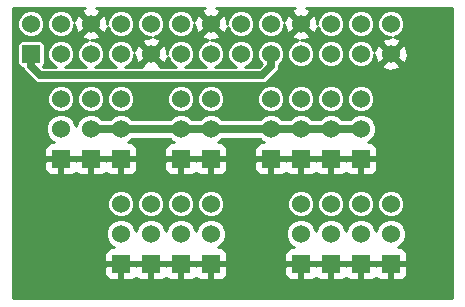
<source format=gbl>
G04 #@! TF.FileFunction,Copper,L2,Bot,Signal*
%FSLAX46Y46*%
G04 Gerber Fmt 4.6, Leading zero omitted, Abs format (unit mm)*
G04 Created by KiCad (PCBNEW (after 2015-mar-04 BZR unknown)-product) date 6/20/2015 5:15:52 PM*
%MOMM*%
G01*
G04 APERTURE LIST*
%ADD10C,0.150000*%
%ADD11R,1.524000X1.524000*%
%ADD12C,1.524000*%
%ADD13C,0.635000*%
%ADD14C,0.203200*%
%ADD15C,0.254000*%
G04 APERTURE END LIST*
D10*
D11*
X46990000Y-34290000D03*
D12*
X46990000Y-31750000D03*
X49530000Y-34290000D03*
X49530000Y-31750000D03*
X52070000Y-34290000D03*
X52070000Y-31750000D03*
X54610000Y-34290000D03*
X54610000Y-31750000D03*
X57150000Y-34290000D03*
X57150000Y-31750000D03*
X59690000Y-34290000D03*
X59690000Y-31750000D03*
X62230000Y-34290000D03*
X62230000Y-31750000D03*
X64770000Y-34290000D03*
X64770000Y-31750000D03*
X67310000Y-34290000D03*
X67310000Y-31750000D03*
X69850000Y-34290000D03*
X69850000Y-31750000D03*
X72390000Y-34290000D03*
X72390000Y-31750000D03*
X74930000Y-34290000D03*
X74930000Y-31750000D03*
X77470000Y-34290000D03*
X77470000Y-31750000D03*
D11*
X54610000Y-43180000D03*
D12*
X54610000Y-40640000D03*
X54610000Y-38100000D03*
D11*
X62230000Y-43180000D03*
D12*
X62230000Y-40640000D03*
X62230000Y-38100000D03*
D11*
X69850000Y-43180000D03*
D12*
X69850000Y-40640000D03*
X69850000Y-38100000D03*
D11*
X74930000Y-43180000D03*
D12*
X74930000Y-40640000D03*
X74930000Y-38100000D03*
D11*
X67310000Y-43180000D03*
D12*
X67310000Y-40640000D03*
X67310000Y-38100000D03*
D11*
X72390000Y-43180000D03*
D12*
X72390000Y-40640000D03*
X72390000Y-38100000D03*
D11*
X59690000Y-43180000D03*
D12*
X59690000Y-40640000D03*
X59690000Y-38100000D03*
D11*
X62230000Y-52070000D03*
D12*
X62230000Y-49530000D03*
X62230000Y-46990000D03*
D11*
X69850000Y-52070000D03*
D12*
X69850000Y-49530000D03*
X69850000Y-46990000D03*
D11*
X72390000Y-52070000D03*
D12*
X72390000Y-49530000D03*
X72390000Y-46990000D03*
D11*
X74930000Y-52070000D03*
D12*
X74930000Y-49530000D03*
X74930000Y-46990000D03*
D11*
X77470000Y-52070000D03*
D12*
X77470000Y-49530000D03*
X77470000Y-46990000D03*
D11*
X52070000Y-43180000D03*
D12*
X52070000Y-40640000D03*
X52070000Y-38100000D03*
D11*
X57150000Y-52070000D03*
D12*
X57150000Y-49530000D03*
X57150000Y-46990000D03*
D11*
X49530000Y-43180000D03*
D12*
X49530000Y-40640000D03*
X49530000Y-38100000D03*
D11*
X54610000Y-52070000D03*
D12*
X54610000Y-49530000D03*
X54610000Y-46990000D03*
D11*
X59690000Y-52070000D03*
D12*
X59690000Y-49530000D03*
X59690000Y-46990000D03*
D13*
X52070000Y-40640000D02*
X54610000Y-40640000D01*
X54610000Y-40640000D02*
X59690000Y-40640000D01*
X59690000Y-40640000D02*
X62230000Y-40640000D01*
X62230000Y-40640000D02*
X67310000Y-40640000D01*
X67310000Y-40640000D02*
X69850000Y-40640000D01*
X69850000Y-40640000D02*
X72390000Y-40640000D01*
X72390000Y-40640000D02*
X74930000Y-40640000D01*
D14*
X67310000Y-35306000D02*
X67310000Y-34290000D01*
X67310000Y-35306000D02*
X67310000Y-34290000D01*
X66548000Y-36068000D02*
X67310000Y-35306000D01*
X46990000Y-35306000D02*
X47752000Y-36068000D01*
X46990000Y-34290000D02*
X46990000Y-35306000D01*
D15*
X47752000Y-36068000D02*
X46990000Y-35306000D01*
X66548000Y-36068000D02*
X47752000Y-36068000D01*
D13*
X67310000Y-35306000D02*
X67310000Y-34290000D01*
X66548000Y-36068000D02*
X67310000Y-35306000D01*
X47752000Y-36068000D02*
X66548000Y-36068000D01*
X46990000Y-35306000D02*
X47752000Y-36068000D01*
X46990000Y-34290000D02*
X46990000Y-35306000D01*
D15*
G36*
X82669000Y-54969000D02*
X78879144Y-54969000D01*
X78879144Y-34497698D01*
X78851362Y-33942632D01*
X78692397Y-33558857D01*
X78613198Y-33536140D01*
X78613198Y-31523641D01*
X78439554Y-31103388D01*
X78118303Y-30781577D01*
X77698354Y-30607199D01*
X77243641Y-30606802D01*
X76823388Y-30780446D01*
X76501577Y-31101697D01*
X76327199Y-31521646D01*
X76326802Y-31976359D01*
X76500446Y-32396612D01*
X76821697Y-32718423D01*
X77241646Y-32892801D01*
X77435660Y-32892970D01*
X77122632Y-32908638D01*
X76738857Y-33067603D01*
X76669392Y-33309787D01*
X77470000Y-34110395D01*
X78270608Y-33309787D01*
X78201143Y-33067603D01*
X77703741Y-32890147D01*
X78116612Y-32719554D01*
X78438423Y-32398303D01*
X78612801Y-31978354D01*
X78613198Y-31523641D01*
X78613198Y-33536140D01*
X78450213Y-33489392D01*
X77649605Y-34290000D01*
X78450213Y-35090608D01*
X78692397Y-35021143D01*
X78879144Y-34497698D01*
X78879144Y-54969000D01*
X78867000Y-54969000D01*
X78867000Y-52958309D01*
X78867000Y-52355750D01*
X78867000Y-51784250D01*
X78867000Y-51181691D01*
X78770327Y-50948302D01*
X78591699Y-50769673D01*
X78358310Y-50673000D01*
X78105691Y-50673000D01*
X78029407Y-50673000D01*
X78188458Y-50607282D01*
X78546026Y-50250337D01*
X78739779Y-49783727D01*
X78740220Y-49278490D01*
X78613198Y-48971071D01*
X78613198Y-46763641D01*
X78439554Y-46343388D01*
X78270608Y-46174147D01*
X78270608Y-35270213D01*
X77470000Y-34469605D01*
X77290395Y-34649210D01*
X77290395Y-34290000D01*
X76489787Y-33489392D01*
X76247603Y-33558857D01*
X76073198Y-34047706D01*
X76073198Y-31523641D01*
X75899554Y-31103388D01*
X75578303Y-30781577D01*
X75158354Y-30607199D01*
X74703641Y-30606802D01*
X74283388Y-30780446D01*
X73961577Y-31101697D01*
X73787199Y-31521646D01*
X73786802Y-31976359D01*
X73960446Y-32396612D01*
X74281697Y-32718423D01*
X74701646Y-32892801D01*
X75156359Y-32893198D01*
X75576612Y-32719554D01*
X75898423Y-32398303D01*
X76072801Y-31978354D01*
X76073198Y-31523641D01*
X76073198Y-34047706D01*
X76070147Y-34056258D01*
X75899554Y-33643388D01*
X75578303Y-33321577D01*
X75158354Y-33147199D01*
X74703641Y-33146802D01*
X74283388Y-33320446D01*
X73961577Y-33641697D01*
X73787199Y-34061646D01*
X73786802Y-34516359D01*
X73960446Y-34936612D01*
X74281697Y-35258423D01*
X74701646Y-35432801D01*
X75156359Y-35433198D01*
X75576612Y-35259554D01*
X75898423Y-34938303D01*
X76072801Y-34518354D01*
X76072970Y-34324339D01*
X76088638Y-34637368D01*
X76247603Y-35021143D01*
X76489787Y-35090608D01*
X77290395Y-34290000D01*
X77290395Y-34649210D01*
X76669392Y-35270213D01*
X76738857Y-35512397D01*
X77262302Y-35699144D01*
X77817368Y-35671362D01*
X78201143Y-35512397D01*
X78270608Y-35270213D01*
X78270608Y-46174147D01*
X78118303Y-46021577D01*
X77698354Y-45847199D01*
X77243641Y-45846802D01*
X76823388Y-46020446D01*
X76501577Y-46341697D01*
X76327199Y-46761646D01*
X76327000Y-46989575D01*
X76327000Y-44068309D01*
X76327000Y-43465750D01*
X76327000Y-42894250D01*
X76327000Y-42291691D01*
X76230327Y-42058302D01*
X76051699Y-41879673D01*
X75818310Y-41783000D01*
X75565691Y-41783000D01*
X75489407Y-41783000D01*
X75648458Y-41717282D01*
X76006026Y-41360337D01*
X76199779Y-40893727D01*
X76200220Y-40388490D01*
X76073198Y-40081071D01*
X76073198Y-37873641D01*
X75899554Y-37453388D01*
X75578303Y-37131577D01*
X75158354Y-36957199D01*
X74703641Y-36956802D01*
X74283388Y-37130446D01*
X73961577Y-37451697D01*
X73787199Y-37871646D01*
X73786802Y-38326359D01*
X73960446Y-38746612D01*
X74281697Y-39068423D01*
X74701646Y-39242801D01*
X75156359Y-39243198D01*
X75576612Y-39069554D01*
X75898423Y-38748303D01*
X76072801Y-38328354D01*
X76073198Y-37873641D01*
X76073198Y-40081071D01*
X76007282Y-39921542D01*
X75650337Y-39563974D01*
X75183727Y-39370221D01*
X74678490Y-39369780D01*
X74211542Y-39562718D01*
X73959320Y-39814500D01*
X73533198Y-39814500D01*
X73533198Y-37873641D01*
X73533198Y-34063641D01*
X73533198Y-31523641D01*
X73359554Y-31103388D01*
X73038303Y-30781577D01*
X72618354Y-30607199D01*
X72163641Y-30606802D01*
X71743388Y-30780446D01*
X71421577Y-31101697D01*
X71247199Y-31521646D01*
X71247029Y-31715660D01*
X71231362Y-31402632D01*
X71072397Y-31018857D01*
X70830213Y-30949392D01*
X70029605Y-31750000D01*
X70830213Y-32550608D01*
X71072397Y-32481143D01*
X71249852Y-31983741D01*
X71420446Y-32396612D01*
X71741697Y-32718423D01*
X72161646Y-32892801D01*
X72616359Y-32893198D01*
X73036612Y-32719554D01*
X73358423Y-32398303D01*
X73532801Y-31978354D01*
X73533198Y-31523641D01*
X73533198Y-34063641D01*
X73359554Y-33643388D01*
X73038303Y-33321577D01*
X72618354Y-33147199D01*
X72163641Y-33146802D01*
X71743388Y-33320446D01*
X71421577Y-33641697D01*
X71247199Y-34061646D01*
X71246802Y-34516359D01*
X71420446Y-34936612D01*
X71741697Y-35258423D01*
X72161646Y-35432801D01*
X72616359Y-35433198D01*
X73036612Y-35259554D01*
X73358423Y-34938303D01*
X73532801Y-34518354D01*
X73533198Y-34063641D01*
X73533198Y-37873641D01*
X73359554Y-37453388D01*
X73038303Y-37131577D01*
X72618354Y-36957199D01*
X72163641Y-36956802D01*
X71743388Y-37130446D01*
X71421577Y-37451697D01*
X71247199Y-37871646D01*
X71246802Y-38326359D01*
X71420446Y-38746612D01*
X71741697Y-39068423D01*
X72161646Y-39242801D01*
X72616359Y-39243198D01*
X73036612Y-39069554D01*
X73358423Y-38748303D01*
X73532801Y-38328354D01*
X73533198Y-37873641D01*
X73533198Y-39814500D01*
X73360426Y-39814500D01*
X73110337Y-39563974D01*
X72643727Y-39370221D01*
X72138490Y-39369780D01*
X71671542Y-39562718D01*
X71419320Y-39814500D01*
X70993198Y-39814500D01*
X70993198Y-37873641D01*
X70993198Y-34063641D01*
X70819554Y-33643388D01*
X70498303Y-33321577D01*
X70078354Y-33147199D01*
X69884339Y-33147029D01*
X70197368Y-33131362D01*
X70581143Y-32972397D01*
X70650608Y-32730213D01*
X69850000Y-31929605D01*
X69670395Y-32109210D01*
X69670395Y-31750000D01*
X68869787Y-30949392D01*
X68627603Y-31018857D01*
X68450147Y-31516258D01*
X68279554Y-31103388D01*
X67958303Y-30781577D01*
X67538354Y-30607199D01*
X67083641Y-30606802D01*
X66663388Y-30780446D01*
X66341577Y-31101697D01*
X66167199Y-31521646D01*
X66166802Y-31976359D01*
X66340446Y-32396612D01*
X66661697Y-32718423D01*
X67081646Y-32892801D01*
X67536359Y-32893198D01*
X67956612Y-32719554D01*
X68278423Y-32398303D01*
X68452801Y-31978354D01*
X68452970Y-31784339D01*
X68468638Y-32097368D01*
X68627603Y-32481143D01*
X68869787Y-32550608D01*
X69670395Y-31750000D01*
X69670395Y-32109210D01*
X69049392Y-32730213D01*
X69118857Y-32972397D01*
X69616258Y-33149852D01*
X69203388Y-33320446D01*
X68881577Y-33641697D01*
X68707199Y-34061646D01*
X68706802Y-34516359D01*
X68880446Y-34936612D01*
X69201697Y-35258423D01*
X69621646Y-35432801D01*
X70076359Y-35433198D01*
X70496612Y-35259554D01*
X70818423Y-34938303D01*
X70992801Y-34518354D01*
X70993198Y-34063641D01*
X70993198Y-37873641D01*
X70819554Y-37453388D01*
X70498303Y-37131577D01*
X70078354Y-36957199D01*
X69623641Y-36956802D01*
X69203388Y-37130446D01*
X68881577Y-37451697D01*
X68707199Y-37871646D01*
X68706802Y-38326359D01*
X68880446Y-38746612D01*
X69201697Y-39068423D01*
X69621646Y-39242801D01*
X70076359Y-39243198D01*
X70496612Y-39069554D01*
X70818423Y-38748303D01*
X70992801Y-38328354D01*
X70993198Y-37873641D01*
X70993198Y-39814500D01*
X70820426Y-39814500D01*
X70570337Y-39563974D01*
X70103727Y-39370221D01*
X69598490Y-39369780D01*
X69131542Y-39562718D01*
X68879320Y-39814500D01*
X68453198Y-39814500D01*
X68453198Y-37873641D01*
X68453198Y-34063641D01*
X68279554Y-33643388D01*
X67958303Y-33321577D01*
X67538354Y-33147199D01*
X67083641Y-33146802D01*
X66663388Y-33320446D01*
X66341577Y-33641697D01*
X66167199Y-34061646D01*
X66166802Y-34516359D01*
X66340446Y-34936612D01*
X66515850Y-35112321D01*
X66258672Y-35369500D01*
X65150520Y-35369500D01*
X65416612Y-35259554D01*
X65738423Y-34938303D01*
X65912801Y-34518354D01*
X65913198Y-34063641D01*
X65913198Y-31523641D01*
X65739554Y-31103388D01*
X65418303Y-30781577D01*
X64998354Y-30607199D01*
X64543641Y-30606802D01*
X64123388Y-30780446D01*
X63801577Y-31101697D01*
X63627199Y-31521646D01*
X63627029Y-31715660D01*
X63611362Y-31402632D01*
X63452397Y-31018857D01*
X63210213Y-30949392D01*
X62409605Y-31750000D01*
X63210213Y-32550608D01*
X63452397Y-32481143D01*
X63629852Y-31983741D01*
X63800446Y-32396612D01*
X64121697Y-32718423D01*
X64541646Y-32892801D01*
X64996359Y-32893198D01*
X65416612Y-32719554D01*
X65738423Y-32398303D01*
X65912801Y-31978354D01*
X65913198Y-31523641D01*
X65913198Y-34063641D01*
X65739554Y-33643388D01*
X65418303Y-33321577D01*
X64998354Y-33147199D01*
X64543641Y-33146802D01*
X64123388Y-33320446D01*
X63801577Y-33641697D01*
X63627199Y-34061646D01*
X63626802Y-34516359D01*
X63800446Y-34936612D01*
X64121697Y-35258423D01*
X64389200Y-35369500D01*
X62610520Y-35369500D01*
X62876612Y-35259554D01*
X63198423Y-34938303D01*
X63372801Y-34518354D01*
X63373198Y-34063641D01*
X63199554Y-33643388D01*
X62878303Y-33321577D01*
X62458354Y-33147199D01*
X62264339Y-33147029D01*
X62577368Y-33131362D01*
X62961143Y-32972397D01*
X63030608Y-32730213D01*
X62230000Y-31929605D01*
X62050395Y-32109210D01*
X62050395Y-31750000D01*
X61249787Y-30949392D01*
X61007603Y-31018857D01*
X60830147Y-31516258D01*
X60659554Y-31103388D01*
X60338303Y-30781577D01*
X59918354Y-30607199D01*
X59463641Y-30606802D01*
X59043388Y-30780446D01*
X58721577Y-31101697D01*
X58547199Y-31521646D01*
X58546802Y-31976359D01*
X58720446Y-32396612D01*
X59041697Y-32718423D01*
X59461646Y-32892801D01*
X59916359Y-32893198D01*
X60336612Y-32719554D01*
X60658423Y-32398303D01*
X60832801Y-31978354D01*
X60832970Y-31784339D01*
X60848638Y-32097368D01*
X61007603Y-32481143D01*
X61249787Y-32550608D01*
X62050395Y-31750000D01*
X62050395Y-32109210D01*
X61429392Y-32730213D01*
X61498857Y-32972397D01*
X61996258Y-33149852D01*
X61583388Y-33320446D01*
X61261577Y-33641697D01*
X61087199Y-34061646D01*
X61086802Y-34516359D01*
X61260446Y-34936612D01*
X61581697Y-35258423D01*
X61849200Y-35369500D01*
X60070520Y-35369500D01*
X60336612Y-35259554D01*
X60658423Y-34938303D01*
X60832801Y-34518354D01*
X60833198Y-34063641D01*
X60659554Y-33643388D01*
X60338303Y-33321577D01*
X59918354Y-33147199D01*
X59463641Y-33146802D01*
X59043388Y-33320446D01*
X58721577Y-33641697D01*
X58547199Y-34061646D01*
X58547029Y-34255660D01*
X58531362Y-33942632D01*
X58372397Y-33558857D01*
X58293198Y-33536140D01*
X58293198Y-31523641D01*
X58119554Y-31103388D01*
X57798303Y-30781577D01*
X57378354Y-30607199D01*
X56923641Y-30606802D01*
X56503388Y-30780446D01*
X56181577Y-31101697D01*
X56007199Y-31521646D01*
X56006802Y-31976359D01*
X56180446Y-32396612D01*
X56501697Y-32718423D01*
X56921646Y-32892801D01*
X57115660Y-32892970D01*
X56802632Y-32908638D01*
X56418857Y-33067603D01*
X56349392Y-33309787D01*
X57150000Y-34110395D01*
X57950608Y-33309787D01*
X57881143Y-33067603D01*
X57383741Y-32890147D01*
X57796612Y-32719554D01*
X58118423Y-32398303D01*
X58292801Y-31978354D01*
X58293198Y-31523641D01*
X58293198Y-33536140D01*
X58130213Y-33489392D01*
X57329605Y-34290000D01*
X58130213Y-35090608D01*
X58372397Y-35021143D01*
X58549852Y-34523741D01*
X58720446Y-34936612D01*
X59041697Y-35258423D01*
X59309200Y-35369500D01*
X57922129Y-35369500D01*
X57950608Y-35270213D01*
X57150000Y-34469605D01*
X56349392Y-35270213D01*
X56377870Y-35369500D01*
X54990520Y-35369500D01*
X55256612Y-35259554D01*
X55578423Y-34938303D01*
X55752801Y-34518354D01*
X55752970Y-34324339D01*
X55768638Y-34637368D01*
X55927603Y-35021143D01*
X56169787Y-35090608D01*
X56970395Y-34290000D01*
X56169787Y-33489392D01*
X55927603Y-33558857D01*
X55753198Y-34047706D01*
X55753198Y-31523641D01*
X55579554Y-31103388D01*
X55258303Y-30781577D01*
X54838354Y-30607199D01*
X54383641Y-30606802D01*
X53963388Y-30780446D01*
X53641577Y-31101697D01*
X53467199Y-31521646D01*
X53467029Y-31715660D01*
X53451362Y-31402632D01*
X53292397Y-31018857D01*
X53050213Y-30949392D01*
X52249605Y-31750000D01*
X53050213Y-32550608D01*
X53292397Y-32481143D01*
X53469852Y-31983741D01*
X53640446Y-32396612D01*
X53961697Y-32718423D01*
X54381646Y-32892801D01*
X54836359Y-32893198D01*
X55256612Y-32719554D01*
X55578423Y-32398303D01*
X55752801Y-31978354D01*
X55753198Y-31523641D01*
X55753198Y-34047706D01*
X55750147Y-34056258D01*
X55579554Y-33643388D01*
X55258303Y-33321577D01*
X54838354Y-33147199D01*
X54383641Y-33146802D01*
X53963388Y-33320446D01*
X53641577Y-33641697D01*
X53467199Y-34061646D01*
X53466802Y-34516359D01*
X53640446Y-34936612D01*
X53961697Y-35258423D01*
X54229200Y-35369500D01*
X52450520Y-35369500D01*
X52716612Y-35259554D01*
X53038423Y-34938303D01*
X53212801Y-34518354D01*
X53213198Y-34063641D01*
X53039554Y-33643388D01*
X52718303Y-33321577D01*
X52298354Y-33147199D01*
X52104339Y-33147029D01*
X52417368Y-33131362D01*
X52801143Y-32972397D01*
X52870608Y-32730213D01*
X52070000Y-31929605D01*
X51890395Y-32109210D01*
X51890395Y-31750000D01*
X51089787Y-30949392D01*
X50847603Y-31018857D01*
X50670147Y-31516258D01*
X50499554Y-31103388D01*
X50178303Y-30781577D01*
X49758354Y-30607199D01*
X49303641Y-30606802D01*
X48883388Y-30780446D01*
X48561577Y-31101697D01*
X48387199Y-31521646D01*
X48386802Y-31976359D01*
X48560446Y-32396612D01*
X48881697Y-32718423D01*
X49301646Y-32892801D01*
X49756359Y-32893198D01*
X50176612Y-32719554D01*
X50498423Y-32398303D01*
X50672801Y-31978354D01*
X50672970Y-31784339D01*
X50688638Y-32097368D01*
X50847603Y-32481143D01*
X51089787Y-32550608D01*
X51890395Y-31750000D01*
X51890395Y-32109210D01*
X51269392Y-32730213D01*
X51338857Y-32972397D01*
X51836258Y-33149852D01*
X51423388Y-33320446D01*
X51101577Y-33641697D01*
X50927199Y-34061646D01*
X50926802Y-34516359D01*
X51100446Y-34936612D01*
X51421697Y-35258423D01*
X51689200Y-35369500D01*
X49910520Y-35369500D01*
X50176612Y-35259554D01*
X50498423Y-34938303D01*
X50672801Y-34518354D01*
X50673198Y-34063641D01*
X50499554Y-33643388D01*
X50178303Y-33321577D01*
X49758354Y-33147199D01*
X49303641Y-33146802D01*
X48883388Y-33320446D01*
X48561577Y-33641697D01*
X48387199Y-34061646D01*
X48386802Y-34516359D01*
X48560446Y-34936612D01*
X48881697Y-35258423D01*
X49149200Y-35369500D01*
X48041328Y-35369500D01*
X48010034Y-35338206D01*
X48024956Y-35328404D01*
X48110426Y-35201784D01*
X48140464Y-35052000D01*
X48140464Y-33528000D01*
X48133198Y-33490550D01*
X48133198Y-31523641D01*
X47959554Y-31103388D01*
X47638303Y-30781577D01*
X47218354Y-30607199D01*
X46763641Y-30606802D01*
X46343388Y-30780446D01*
X46021577Y-31101697D01*
X45847199Y-31521646D01*
X45846802Y-31976359D01*
X46020446Y-32396612D01*
X46341697Y-32718423D01*
X46761646Y-32892801D01*
X47216359Y-32893198D01*
X47636612Y-32719554D01*
X47958423Y-32398303D01*
X48132801Y-31978354D01*
X48133198Y-31523641D01*
X48133198Y-33490550D01*
X48112278Y-33382726D01*
X48028404Y-33255044D01*
X47901784Y-33169574D01*
X47752000Y-33139536D01*
X46228000Y-33139536D01*
X46082726Y-33167722D01*
X45955044Y-33251596D01*
X45869574Y-33378216D01*
X45839536Y-33528000D01*
X45839536Y-35052000D01*
X45867722Y-35197274D01*
X45951596Y-35324956D01*
X46078216Y-35410426D01*
X46228000Y-35440464D01*
X46318246Y-35440464D01*
X46344670Y-35573305D01*
X46496086Y-35799914D01*
X47258086Y-36561914D01*
X47484695Y-36713330D01*
X47484696Y-36713330D01*
X47752000Y-36766500D01*
X66548000Y-36766500D01*
X66815304Y-36713330D01*
X66815305Y-36713330D01*
X67041914Y-36561914D01*
X67803914Y-35799914D01*
X67955330Y-35573305D01*
X67955330Y-35573304D01*
X68008500Y-35306000D01*
X68008500Y-35207756D01*
X68278423Y-34938303D01*
X68452801Y-34518354D01*
X68453198Y-34063641D01*
X68453198Y-37873641D01*
X68279554Y-37453388D01*
X67958303Y-37131577D01*
X67538354Y-36957199D01*
X67083641Y-36956802D01*
X66663388Y-37130446D01*
X66341577Y-37451697D01*
X66167199Y-37871646D01*
X66166802Y-38326359D01*
X66340446Y-38746612D01*
X66661697Y-39068423D01*
X67081646Y-39242801D01*
X67536359Y-39243198D01*
X67956612Y-39069554D01*
X68278423Y-38748303D01*
X68452801Y-38328354D01*
X68453198Y-37873641D01*
X68453198Y-39814500D01*
X68280426Y-39814500D01*
X68030337Y-39563974D01*
X67563727Y-39370221D01*
X67058490Y-39369780D01*
X66591542Y-39562718D01*
X66339320Y-39814500D01*
X63373198Y-39814500D01*
X63373198Y-37873641D01*
X63199554Y-37453388D01*
X62878303Y-37131577D01*
X62458354Y-36957199D01*
X62003641Y-36956802D01*
X61583388Y-37130446D01*
X61261577Y-37451697D01*
X61087199Y-37871646D01*
X61086802Y-38326359D01*
X61260446Y-38746612D01*
X61581697Y-39068423D01*
X62001646Y-39242801D01*
X62456359Y-39243198D01*
X62876612Y-39069554D01*
X63198423Y-38748303D01*
X63372801Y-38328354D01*
X63373198Y-37873641D01*
X63373198Y-39814500D01*
X63200426Y-39814500D01*
X62950337Y-39563974D01*
X62483727Y-39370221D01*
X61978490Y-39369780D01*
X61511542Y-39562718D01*
X61259320Y-39814500D01*
X60833198Y-39814500D01*
X60833198Y-37873641D01*
X60659554Y-37453388D01*
X60338303Y-37131577D01*
X59918354Y-36957199D01*
X59463641Y-36956802D01*
X59043388Y-37130446D01*
X58721577Y-37451697D01*
X58547199Y-37871646D01*
X58546802Y-38326359D01*
X58720446Y-38746612D01*
X59041697Y-39068423D01*
X59461646Y-39242801D01*
X59916359Y-39243198D01*
X60336612Y-39069554D01*
X60658423Y-38748303D01*
X60832801Y-38328354D01*
X60833198Y-37873641D01*
X60833198Y-39814500D01*
X60660426Y-39814500D01*
X60410337Y-39563974D01*
X59943727Y-39370221D01*
X59438490Y-39369780D01*
X58971542Y-39562718D01*
X58719320Y-39814500D01*
X55753198Y-39814500D01*
X55753198Y-37873641D01*
X55579554Y-37453388D01*
X55258303Y-37131577D01*
X54838354Y-36957199D01*
X54383641Y-36956802D01*
X53963388Y-37130446D01*
X53641577Y-37451697D01*
X53467199Y-37871646D01*
X53466802Y-38326359D01*
X53640446Y-38746612D01*
X53961697Y-39068423D01*
X54381646Y-39242801D01*
X54836359Y-39243198D01*
X55256612Y-39069554D01*
X55578423Y-38748303D01*
X55752801Y-38328354D01*
X55753198Y-37873641D01*
X55753198Y-39814500D01*
X55580426Y-39814500D01*
X55330337Y-39563974D01*
X54863727Y-39370221D01*
X54358490Y-39369780D01*
X53891542Y-39562718D01*
X53639320Y-39814500D01*
X53213198Y-39814500D01*
X53213198Y-37873641D01*
X53039554Y-37453388D01*
X52718303Y-37131577D01*
X52298354Y-36957199D01*
X51843641Y-36956802D01*
X51423388Y-37130446D01*
X51101577Y-37451697D01*
X50927199Y-37871646D01*
X50926802Y-38326359D01*
X51100446Y-38746612D01*
X51421697Y-39068423D01*
X51841646Y-39242801D01*
X52296359Y-39243198D01*
X52716612Y-39069554D01*
X53038423Y-38748303D01*
X53212801Y-38328354D01*
X53213198Y-37873641D01*
X53213198Y-39814500D01*
X53040426Y-39814500D01*
X52790337Y-39563974D01*
X52323727Y-39370221D01*
X51818490Y-39369780D01*
X51351542Y-39562718D01*
X50993974Y-39919663D01*
X50800221Y-40386273D01*
X50800219Y-40388487D01*
X50673198Y-40081071D01*
X50673198Y-37873641D01*
X50499554Y-37453388D01*
X50178303Y-37131577D01*
X49758354Y-36957199D01*
X49303641Y-36956802D01*
X48883388Y-37130446D01*
X48561577Y-37451697D01*
X48387199Y-37871646D01*
X48386802Y-38326359D01*
X48560446Y-38746612D01*
X48881697Y-39068423D01*
X49301646Y-39242801D01*
X49756359Y-39243198D01*
X50176612Y-39069554D01*
X50498423Y-38748303D01*
X50672801Y-38328354D01*
X50673198Y-37873641D01*
X50673198Y-40081071D01*
X50607282Y-39921542D01*
X50250337Y-39563974D01*
X49783727Y-39370221D01*
X49278490Y-39369780D01*
X48811542Y-39562718D01*
X48453974Y-39919663D01*
X48260221Y-40386273D01*
X48259780Y-40891510D01*
X48452718Y-41358458D01*
X48809663Y-41716026D01*
X48970954Y-41783000D01*
X48894309Y-41783000D01*
X48641690Y-41783000D01*
X48408301Y-41879673D01*
X48229673Y-42058302D01*
X48133000Y-42291691D01*
X48133000Y-42894250D01*
X48291750Y-43053000D01*
X49403000Y-43053000D01*
X49403000Y-43033000D01*
X49657000Y-43033000D01*
X49657000Y-43053000D01*
X50768250Y-43053000D01*
X50800000Y-43021250D01*
X50831750Y-43053000D01*
X51943000Y-43053000D01*
X51943000Y-43033000D01*
X52197000Y-43033000D01*
X52197000Y-43053000D01*
X53308250Y-43053000D01*
X53340000Y-43021250D01*
X53371750Y-43053000D01*
X54483000Y-43053000D01*
X54483000Y-43033000D01*
X54737000Y-43033000D01*
X54737000Y-43053000D01*
X55848250Y-43053000D01*
X56007000Y-42894250D01*
X56007000Y-42291691D01*
X55910327Y-42058302D01*
X55731699Y-41879673D01*
X55498310Y-41783000D01*
X55245691Y-41783000D01*
X55169407Y-41783000D01*
X55328458Y-41717282D01*
X55580679Y-41465500D01*
X58719573Y-41465500D01*
X58969663Y-41716026D01*
X59130954Y-41783000D01*
X59054309Y-41783000D01*
X58801690Y-41783000D01*
X58568301Y-41879673D01*
X58389673Y-42058302D01*
X58293000Y-42291691D01*
X58293000Y-42894250D01*
X58451750Y-43053000D01*
X59563000Y-43053000D01*
X59563000Y-43033000D01*
X59817000Y-43033000D01*
X59817000Y-43053000D01*
X60928250Y-43053000D01*
X60960000Y-43021250D01*
X60991750Y-43053000D01*
X62103000Y-43053000D01*
X62103000Y-43033000D01*
X62357000Y-43033000D01*
X62357000Y-43053000D01*
X63468250Y-43053000D01*
X63627000Y-42894250D01*
X63627000Y-42291691D01*
X63530327Y-42058302D01*
X63351699Y-41879673D01*
X63118310Y-41783000D01*
X62865691Y-41783000D01*
X62789407Y-41783000D01*
X62948458Y-41717282D01*
X63200679Y-41465500D01*
X66339573Y-41465500D01*
X66589663Y-41716026D01*
X66750954Y-41783000D01*
X66674309Y-41783000D01*
X66421690Y-41783000D01*
X66188301Y-41879673D01*
X66009673Y-42058302D01*
X65913000Y-42291691D01*
X65913000Y-42894250D01*
X66071750Y-43053000D01*
X67183000Y-43053000D01*
X67183000Y-43033000D01*
X67437000Y-43033000D01*
X67437000Y-43053000D01*
X68548250Y-43053000D01*
X68580000Y-43021250D01*
X68611750Y-43053000D01*
X69723000Y-43053000D01*
X69723000Y-43033000D01*
X69977000Y-43033000D01*
X69977000Y-43053000D01*
X71088250Y-43053000D01*
X71120000Y-43021250D01*
X71151750Y-43053000D01*
X72263000Y-43053000D01*
X72263000Y-43033000D01*
X72517000Y-43033000D01*
X72517000Y-43053000D01*
X73628250Y-43053000D01*
X73660000Y-43021250D01*
X73691750Y-43053000D01*
X74803000Y-43053000D01*
X74803000Y-43033000D01*
X75057000Y-43033000D01*
X75057000Y-43053000D01*
X76168250Y-43053000D01*
X76327000Y-42894250D01*
X76327000Y-43465750D01*
X76168250Y-43307000D01*
X75057000Y-43307000D01*
X75057000Y-44418250D01*
X75215750Y-44577000D01*
X75565691Y-44577000D01*
X75818310Y-44577000D01*
X76051699Y-44480327D01*
X76230327Y-44301698D01*
X76327000Y-44068309D01*
X76327000Y-46989575D01*
X76326802Y-47216359D01*
X76500446Y-47636612D01*
X76821697Y-47958423D01*
X77241646Y-48132801D01*
X77696359Y-48133198D01*
X78116612Y-47959554D01*
X78438423Y-47638303D01*
X78612801Y-47218354D01*
X78613198Y-46763641D01*
X78613198Y-48971071D01*
X78547282Y-48811542D01*
X78190337Y-48453974D01*
X77723727Y-48260221D01*
X77218490Y-48259780D01*
X76751542Y-48452718D01*
X76393974Y-48809663D01*
X76200221Y-49276273D01*
X76200219Y-49278487D01*
X76073198Y-48971071D01*
X76073198Y-46763641D01*
X75899554Y-46343388D01*
X75578303Y-46021577D01*
X75158354Y-45847199D01*
X74803000Y-45846888D01*
X74803000Y-44418250D01*
X74803000Y-43307000D01*
X73691750Y-43307000D01*
X73660000Y-43338750D01*
X73628250Y-43307000D01*
X72517000Y-43307000D01*
X72517000Y-44418250D01*
X72675750Y-44577000D01*
X73025691Y-44577000D01*
X73278310Y-44577000D01*
X73511699Y-44480327D01*
X73660000Y-44332025D01*
X73808301Y-44480327D01*
X74041690Y-44577000D01*
X74294309Y-44577000D01*
X74644250Y-44577000D01*
X74803000Y-44418250D01*
X74803000Y-45846888D01*
X74703641Y-45846802D01*
X74283388Y-46020446D01*
X73961577Y-46341697D01*
X73787199Y-46761646D01*
X73786802Y-47216359D01*
X73960446Y-47636612D01*
X74281697Y-47958423D01*
X74701646Y-48132801D01*
X75156359Y-48133198D01*
X75576612Y-47959554D01*
X75898423Y-47638303D01*
X76072801Y-47218354D01*
X76073198Y-46763641D01*
X76073198Y-48971071D01*
X76007282Y-48811542D01*
X75650337Y-48453974D01*
X75183727Y-48260221D01*
X74678490Y-48259780D01*
X74211542Y-48452718D01*
X73853974Y-48809663D01*
X73660221Y-49276273D01*
X73660219Y-49278487D01*
X73533198Y-48971071D01*
X73533198Y-46763641D01*
X73359554Y-46343388D01*
X73038303Y-46021577D01*
X72618354Y-45847199D01*
X72263000Y-45846888D01*
X72263000Y-44418250D01*
X72263000Y-43307000D01*
X71151750Y-43307000D01*
X71120000Y-43338750D01*
X71088250Y-43307000D01*
X69977000Y-43307000D01*
X69977000Y-44418250D01*
X70135750Y-44577000D01*
X70485691Y-44577000D01*
X70738310Y-44577000D01*
X70971699Y-44480327D01*
X71120000Y-44332025D01*
X71268301Y-44480327D01*
X71501690Y-44577000D01*
X71754309Y-44577000D01*
X72104250Y-44577000D01*
X72263000Y-44418250D01*
X72263000Y-45846888D01*
X72163641Y-45846802D01*
X71743388Y-46020446D01*
X71421577Y-46341697D01*
X71247199Y-46761646D01*
X71246802Y-47216359D01*
X71420446Y-47636612D01*
X71741697Y-47958423D01*
X72161646Y-48132801D01*
X72616359Y-48133198D01*
X73036612Y-47959554D01*
X73358423Y-47638303D01*
X73532801Y-47218354D01*
X73533198Y-46763641D01*
X73533198Y-48971071D01*
X73467282Y-48811542D01*
X73110337Y-48453974D01*
X72643727Y-48260221D01*
X72138490Y-48259780D01*
X71671542Y-48452718D01*
X71313974Y-48809663D01*
X71120221Y-49276273D01*
X71120219Y-49278487D01*
X70993198Y-48971071D01*
X70993198Y-46763641D01*
X70819554Y-46343388D01*
X70498303Y-46021577D01*
X70078354Y-45847199D01*
X69723000Y-45846888D01*
X69723000Y-44418250D01*
X69723000Y-43307000D01*
X68611750Y-43307000D01*
X68580000Y-43338750D01*
X68548250Y-43307000D01*
X67437000Y-43307000D01*
X67437000Y-44418250D01*
X67595750Y-44577000D01*
X67945691Y-44577000D01*
X68198310Y-44577000D01*
X68431699Y-44480327D01*
X68580000Y-44332025D01*
X68728301Y-44480327D01*
X68961690Y-44577000D01*
X69214309Y-44577000D01*
X69564250Y-44577000D01*
X69723000Y-44418250D01*
X69723000Y-45846888D01*
X69623641Y-45846802D01*
X69203388Y-46020446D01*
X68881577Y-46341697D01*
X68707199Y-46761646D01*
X68706802Y-47216359D01*
X68880446Y-47636612D01*
X69201697Y-47958423D01*
X69621646Y-48132801D01*
X70076359Y-48133198D01*
X70496612Y-47959554D01*
X70818423Y-47638303D01*
X70992801Y-47218354D01*
X70993198Y-46763641D01*
X70993198Y-48971071D01*
X70927282Y-48811542D01*
X70570337Y-48453974D01*
X70103727Y-48260221D01*
X69598490Y-48259780D01*
X69131542Y-48452718D01*
X68773974Y-48809663D01*
X68580221Y-49276273D01*
X68579780Y-49781510D01*
X68772718Y-50248458D01*
X69129663Y-50606026D01*
X69290954Y-50673000D01*
X69214309Y-50673000D01*
X68961690Y-50673000D01*
X68728301Y-50769673D01*
X68549673Y-50948302D01*
X68453000Y-51181691D01*
X68453000Y-51784250D01*
X68611750Y-51943000D01*
X69723000Y-51943000D01*
X69723000Y-51923000D01*
X69977000Y-51923000D01*
X69977000Y-51943000D01*
X71088250Y-51943000D01*
X71120000Y-51911250D01*
X71151750Y-51943000D01*
X72263000Y-51943000D01*
X72263000Y-51923000D01*
X72517000Y-51923000D01*
X72517000Y-51943000D01*
X73628250Y-51943000D01*
X73660000Y-51911250D01*
X73691750Y-51943000D01*
X74803000Y-51943000D01*
X74803000Y-51923000D01*
X75057000Y-51923000D01*
X75057000Y-51943000D01*
X76168250Y-51943000D01*
X76200000Y-51911250D01*
X76231750Y-51943000D01*
X77343000Y-51943000D01*
X77343000Y-51923000D01*
X77597000Y-51923000D01*
X77597000Y-51943000D01*
X78708250Y-51943000D01*
X78867000Y-51784250D01*
X78867000Y-52355750D01*
X78708250Y-52197000D01*
X77597000Y-52197000D01*
X77597000Y-53308250D01*
X77755750Y-53467000D01*
X78105691Y-53467000D01*
X78358310Y-53467000D01*
X78591699Y-53370327D01*
X78770327Y-53191698D01*
X78867000Y-52958309D01*
X78867000Y-54969000D01*
X77343000Y-54969000D01*
X77343000Y-53308250D01*
X77343000Y-52197000D01*
X76231750Y-52197000D01*
X76200000Y-52228750D01*
X76168250Y-52197000D01*
X75057000Y-52197000D01*
X75057000Y-53308250D01*
X75215750Y-53467000D01*
X75565691Y-53467000D01*
X75818310Y-53467000D01*
X76051699Y-53370327D01*
X76200000Y-53222025D01*
X76348301Y-53370327D01*
X76581690Y-53467000D01*
X76834309Y-53467000D01*
X77184250Y-53467000D01*
X77343000Y-53308250D01*
X77343000Y-54969000D01*
X74803000Y-54969000D01*
X74803000Y-53308250D01*
X74803000Y-52197000D01*
X73691750Y-52197000D01*
X73660000Y-52228750D01*
X73628250Y-52197000D01*
X72517000Y-52197000D01*
X72517000Y-53308250D01*
X72675750Y-53467000D01*
X73025691Y-53467000D01*
X73278310Y-53467000D01*
X73511699Y-53370327D01*
X73660000Y-53222025D01*
X73808301Y-53370327D01*
X74041690Y-53467000D01*
X74294309Y-53467000D01*
X74644250Y-53467000D01*
X74803000Y-53308250D01*
X74803000Y-54969000D01*
X72263000Y-54969000D01*
X72263000Y-53308250D01*
X72263000Y-52197000D01*
X71151750Y-52197000D01*
X71120000Y-52228750D01*
X71088250Y-52197000D01*
X69977000Y-52197000D01*
X69977000Y-53308250D01*
X70135750Y-53467000D01*
X70485691Y-53467000D01*
X70738310Y-53467000D01*
X70971699Y-53370327D01*
X71120000Y-53222025D01*
X71268301Y-53370327D01*
X71501690Y-53467000D01*
X71754309Y-53467000D01*
X72104250Y-53467000D01*
X72263000Y-53308250D01*
X72263000Y-54969000D01*
X69723000Y-54969000D01*
X69723000Y-53308250D01*
X69723000Y-52197000D01*
X68611750Y-52197000D01*
X68453000Y-52355750D01*
X68453000Y-52958309D01*
X68549673Y-53191698D01*
X68728301Y-53370327D01*
X68961690Y-53467000D01*
X69214309Y-53467000D01*
X69564250Y-53467000D01*
X69723000Y-53308250D01*
X69723000Y-54969000D01*
X67183000Y-54969000D01*
X67183000Y-44418250D01*
X67183000Y-43307000D01*
X66071750Y-43307000D01*
X65913000Y-43465750D01*
X65913000Y-44068309D01*
X66009673Y-44301698D01*
X66188301Y-44480327D01*
X66421690Y-44577000D01*
X66674309Y-44577000D01*
X67024250Y-44577000D01*
X67183000Y-44418250D01*
X67183000Y-54969000D01*
X63627000Y-54969000D01*
X63627000Y-52958309D01*
X63627000Y-52355750D01*
X63627000Y-51784250D01*
X63627000Y-51181691D01*
X63627000Y-44068309D01*
X63627000Y-43465750D01*
X63468250Y-43307000D01*
X62357000Y-43307000D01*
X62357000Y-44418250D01*
X62515750Y-44577000D01*
X62865691Y-44577000D01*
X63118310Y-44577000D01*
X63351699Y-44480327D01*
X63530327Y-44301698D01*
X63627000Y-44068309D01*
X63627000Y-51181691D01*
X63530327Y-50948302D01*
X63351699Y-50769673D01*
X63118310Y-50673000D01*
X62865691Y-50673000D01*
X62789407Y-50673000D01*
X62948458Y-50607282D01*
X63306026Y-50250337D01*
X63499779Y-49783727D01*
X63500220Y-49278490D01*
X63373198Y-48971071D01*
X63373198Y-46763641D01*
X63199554Y-46343388D01*
X62878303Y-46021577D01*
X62458354Y-45847199D01*
X62103000Y-45846888D01*
X62103000Y-44418250D01*
X62103000Y-43307000D01*
X60991750Y-43307000D01*
X60960000Y-43338750D01*
X60928250Y-43307000D01*
X59817000Y-43307000D01*
X59817000Y-44418250D01*
X59975750Y-44577000D01*
X60325691Y-44577000D01*
X60578310Y-44577000D01*
X60811699Y-44480327D01*
X60960000Y-44332025D01*
X61108301Y-44480327D01*
X61341690Y-44577000D01*
X61594309Y-44577000D01*
X61944250Y-44577000D01*
X62103000Y-44418250D01*
X62103000Y-45846888D01*
X62003641Y-45846802D01*
X61583388Y-46020446D01*
X61261577Y-46341697D01*
X61087199Y-46761646D01*
X61086802Y-47216359D01*
X61260446Y-47636612D01*
X61581697Y-47958423D01*
X62001646Y-48132801D01*
X62456359Y-48133198D01*
X62876612Y-47959554D01*
X63198423Y-47638303D01*
X63372801Y-47218354D01*
X63373198Y-46763641D01*
X63373198Y-48971071D01*
X63307282Y-48811542D01*
X62950337Y-48453974D01*
X62483727Y-48260221D01*
X61978490Y-48259780D01*
X61511542Y-48452718D01*
X61153974Y-48809663D01*
X60960221Y-49276273D01*
X60960219Y-49278487D01*
X60833198Y-48971071D01*
X60833198Y-46763641D01*
X60659554Y-46343388D01*
X60338303Y-46021577D01*
X59918354Y-45847199D01*
X59563000Y-45846888D01*
X59563000Y-44418250D01*
X59563000Y-43307000D01*
X58451750Y-43307000D01*
X58293000Y-43465750D01*
X58293000Y-44068309D01*
X58389673Y-44301698D01*
X58568301Y-44480327D01*
X58801690Y-44577000D01*
X59054309Y-44577000D01*
X59404250Y-44577000D01*
X59563000Y-44418250D01*
X59563000Y-45846888D01*
X59463641Y-45846802D01*
X59043388Y-46020446D01*
X58721577Y-46341697D01*
X58547199Y-46761646D01*
X58546802Y-47216359D01*
X58720446Y-47636612D01*
X59041697Y-47958423D01*
X59461646Y-48132801D01*
X59916359Y-48133198D01*
X60336612Y-47959554D01*
X60658423Y-47638303D01*
X60832801Y-47218354D01*
X60833198Y-46763641D01*
X60833198Y-48971071D01*
X60767282Y-48811542D01*
X60410337Y-48453974D01*
X59943727Y-48260221D01*
X59438490Y-48259780D01*
X58971542Y-48452718D01*
X58613974Y-48809663D01*
X58420221Y-49276273D01*
X58420219Y-49278487D01*
X58293198Y-48971071D01*
X58293198Y-46763641D01*
X58119554Y-46343388D01*
X57798303Y-46021577D01*
X57378354Y-45847199D01*
X56923641Y-45846802D01*
X56503388Y-46020446D01*
X56181577Y-46341697D01*
X56007199Y-46761646D01*
X56007000Y-46989575D01*
X56007000Y-44068309D01*
X56007000Y-43465750D01*
X55848250Y-43307000D01*
X54737000Y-43307000D01*
X54737000Y-44418250D01*
X54895750Y-44577000D01*
X55245691Y-44577000D01*
X55498310Y-44577000D01*
X55731699Y-44480327D01*
X55910327Y-44301698D01*
X56007000Y-44068309D01*
X56007000Y-46989575D01*
X56006802Y-47216359D01*
X56180446Y-47636612D01*
X56501697Y-47958423D01*
X56921646Y-48132801D01*
X57376359Y-48133198D01*
X57796612Y-47959554D01*
X58118423Y-47638303D01*
X58292801Y-47218354D01*
X58293198Y-46763641D01*
X58293198Y-48971071D01*
X58227282Y-48811542D01*
X57870337Y-48453974D01*
X57403727Y-48260221D01*
X56898490Y-48259780D01*
X56431542Y-48452718D01*
X56073974Y-48809663D01*
X55880221Y-49276273D01*
X55880219Y-49278487D01*
X55753198Y-48971071D01*
X55753198Y-46763641D01*
X55579554Y-46343388D01*
X55258303Y-46021577D01*
X54838354Y-45847199D01*
X54483000Y-45846888D01*
X54483000Y-44418250D01*
X54483000Y-43307000D01*
X53371750Y-43307000D01*
X53340000Y-43338750D01*
X53308250Y-43307000D01*
X52197000Y-43307000D01*
X52197000Y-44418250D01*
X52355750Y-44577000D01*
X52705691Y-44577000D01*
X52958310Y-44577000D01*
X53191699Y-44480327D01*
X53340000Y-44332025D01*
X53488301Y-44480327D01*
X53721690Y-44577000D01*
X53974309Y-44577000D01*
X54324250Y-44577000D01*
X54483000Y-44418250D01*
X54483000Y-45846888D01*
X54383641Y-45846802D01*
X53963388Y-46020446D01*
X53641577Y-46341697D01*
X53467199Y-46761646D01*
X53466802Y-47216359D01*
X53640446Y-47636612D01*
X53961697Y-47958423D01*
X54381646Y-48132801D01*
X54836359Y-48133198D01*
X55256612Y-47959554D01*
X55578423Y-47638303D01*
X55752801Y-47218354D01*
X55753198Y-46763641D01*
X55753198Y-48971071D01*
X55687282Y-48811542D01*
X55330337Y-48453974D01*
X54863727Y-48260221D01*
X54358490Y-48259780D01*
X53891542Y-48452718D01*
X53533974Y-48809663D01*
X53340221Y-49276273D01*
X53339780Y-49781510D01*
X53532718Y-50248458D01*
X53889663Y-50606026D01*
X54050954Y-50673000D01*
X53974309Y-50673000D01*
X53721690Y-50673000D01*
X53488301Y-50769673D01*
X53309673Y-50948302D01*
X53213000Y-51181691D01*
X53213000Y-51784250D01*
X53371750Y-51943000D01*
X54483000Y-51943000D01*
X54483000Y-51923000D01*
X54737000Y-51923000D01*
X54737000Y-51943000D01*
X55848250Y-51943000D01*
X55880000Y-51911250D01*
X55911750Y-51943000D01*
X57023000Y-51943000D01*
X57023000Y-51923000D01*
X57277000Y-51923000D01*
X57277000Y-51943000D01*
X58388250Y-51943000D01*
X58420000Y-51911250D01*
X58451750Y-51943000D01*
X59563000Y-51943000D01*
X59563000Y-51923000D01*
X59817000Y-51923000D01*
X59817000Y-51943000D01*
X60928250Y-51943000D01*
X60960000Y-51911250D01*
X60991750Y-51943000D01*
X62103000Y-51943000D01*
X62103000Y-51923000D01*
X62357000Y-51923000D01*
X62357000Y-51943000D01*
X63468250Y-51943000D01*
X63627000Y-51784250D01*
X63627000Y-52355750D01*
X63468250Y-52197000D01*
X62357000Y-52197000D01*
X62357000Y-53308250D01*
X62515750Y-53467000D01*
X62865691Y-53467000D01*
X63118310Y-53467000D01*
X63351699Y-53370327D01*
X63530327Y-53191698D01*
X63627000Y-52958309D01*
X63627000Y-54969000D01*
X62103000Y-54969000D01*
X62103000Y-53308250D01*
X62103000Y-52197000D01*
X60991750Y-52197000D01*
X60960000Y-52228750D01*
X60928250Y-52197000D01*
X59817000Y-52197000D01*
X59817000Y-53308250D01*
X59975750Y-53467000D01*
X60325691Y-53467000D01*
X60578310Y-53467000D01*
X60811699Y-53370327D01*
X60960000Y-53222025D01*
X61108301Y-53370327D01*
X61341690Y-53467000D01*
X61594309Y-53467000D01*
X61944250Y-53467000D01*
X62103000Y-53308250D01*
X62103000Y-54969000D01*
X59563000Y-54969000D01*
X59563000Y-53308250D01*
X59563000Y-52197000D01*
X58451750Y-52197000D01*
X58420000Y-52228750D01*
X58388250Y-52197000D01*
X57277000Y-52197000D01*
X57277000Y-53308250D01*
X57435750Y-53467000D01*
X57785691Y-53467000D01*
X58038310Y-53467000D01*
X58271699Y-53370327D01*
X58420000Y-53222025D01*
X58568301Y-53370327D01*
X58801690Y-53467000D01*
X59054309Y-53467000D01*
X59404250Y-53467000D01*
X59563000Y-53308250D01*
X59563000Y-54969000D01*
X57023000Y-54969000D01*
X57023000Y-53308250D01*
X57023000Y-52197000D01*
X55911750Y-52197000D01*
X55880000Y-52228750D01*
X55848250Y-52197000D01*
X54737000Y-52197000D01*
X54737000Y-53308250D01*
X54895750Y-53467000D01*
X55245691Y-53467000D01*
X55498310Y-53467000D01*
X55731699Y-53370327D01*
X55880000Y-53222025D01*
X56028301Y-53370327D01*
X56261690Y-53467000D01*
X56514309Y-53467000D01*
X56864250Y-53467000D01*
X57023000Y-53308250D01*
X57023000Y-54969000D01*
X54483000Y-54969000D01*
X54483000Y-53308250D01*
X54483000Y-52197000D01*
X53371750Y-52197000D01*
X53213000Y-52355750D01*
X53213000Y-52958309D01*
X53309673Y-53191698D01*
X53488301Y-53370327D01*
X53721690Y-53467000D01*
X53974309Y-53467000D01*
X54324250Y-53467000D01*
X54483000Y-53308250D01*
X54483000Y-54969000D01*
X51943000Y-54969000D01*
X51943000Y-44418250D01*
X51943000Y-43307000D01*
X50831750Y-43307000D01*
X50800000Y-43338750D01*
X50768250Y-43307000D01*
X49657000Y-43307000D01*
X49657000Y-44418250D01*
X49815750Y-44577000D01*
X50165691Y-44577000D01*
X50418310Y-44577000D01*
X50651699Y-44480327D01*
X50800000Y-44332025D01*
X50948301Y-44480327D01*
X51181690Y-44577000D01*
X51434309Y-44577000D01*
X51784250Y-44577000D01*
X51943000Y-44418250D01*
X51943000Y-54969000D01*
X49403000Y-54969000D01*
X49403000Y-44418250D01*
X49403000Y-43307000D01*
X48291750Y-43307000D01*
X48133000Y-43465750D01*
X48133000Y-44068309D01*
X48229673Y-44301698D01*
X48408301Y-44480327D01*
X48641690Y-44577000D01*
X48894309Y-44577000D01*
X49244250Y-44577000D01*
X49403000Y-44418250D01*
X49403000Y-54969000D01*
X45431000Y-54969000D01*
X45431000Y-30431000D01*
X51572076Y-30431000D01*
X51338857Y-30527603D01*
X51269392Y-30769787D01*
X52070000Y-31570395D01*
X52870608Y-30769787D01*
X52801143Y-30527603D01*
X52530368Y-30431000D01*
X61732076Y-30431000D01*
X61498857Y-30527603D01*
X61429392Y-30769787D01*
X62230000Y-31570395D01*
X63030608Y-30769787D01*
X62961143Y-30527603D01*
X62690368Y-30431000D01*
X69352076Y-30431000D01*
X69118857Y-30527603D01*
X69049392Y-30769787D01*
X69850000Y-31570395D01*
X70650608Y-30769787D01*
X70581143Y-30527603D01*
X70310368Y-30431000D01*
X82669000Y-30431000D01*
X82669000Y-54969000D01*
X82669000Y-54969000D01*
G37*
X82669000Y-54969000D02*
X78879144Y-54969000D01*
X78879144Y-34497698D01*
X78851362Y-33942632D01*
X78692397Y-33558857D01*
X78613198Y-33536140D01*
X78613198Y-31523641D01*
X78439554Y-31103388D01*
X78118303Y-30781577D01*
X77698354Y-30607199D01*
X77243641Y-30606802D01*
X76823388Y-30780446D01*
X76501577Y-31101697D01*
X76327199Y-31521646D01*
X76326802Y-31976359D01*
X76500446Y-32396612D01*
X76821697Y-32718423D01*
X77241646Y-32892801D01*
X77435660Y-32892970D01*
X77122632Y-32908638D01*
X76738857Y-33067603D01*
X76669392Y-33309787D01*
X77470000Y-34110395D01*
X78270608Y-33309787D01*
X78201143Y-33067603D01*
X77703741Y-32890147D01*
X78116612Y-32719554D01*
X78438423Y-32398303D01*
X78612801Y-31978354D01*
X78613198Y-31523641D01*
X78613198Y-33536140D01*
X78450213Y-33489392D01*
X77649605Y-34290000D01*
X78450213Y-35090608D01*
X78692397Y-35021143D01*
X78879144Y-34497698D01*
X78879144Y-54969000D01*
X78867000Y-54969000D01*
X78867000Y-52958309D01*
X78867000Y-52355750D01*
X78867000Y-51784250D01*
X78867000Y-51181691D01*
X78770327Y-50948302D01*
X78591699Y-50769673D01*
X78358310Y-50673000D01*
X78105691Y-50673000D01*
X78029407Y-50673000D01*
X78188458Y-50607282D01*
X78546026Y-50250337D01*
X78739779Y-49783727D01*
X78740220Y-49278490D01*
X78613198Y-48971071D01*
X78613198Y-46763641D01*
X78439554Y-46343388D01*
X78270608Y-46174147D01*
X78270608Y-35270213D01*
X77470000Y-34469605D01*
X77290395Y-34649210D01*
X77290395Y-34290000D01*
X76489787Y-33489392D01*
X76247603Y-33558857D01*
X76073198Y-34047706D01*
X76073198Y-31523641D01*
X75899554Y-31103388D01*
X75578303Y-30781577D01*
X75158354Y-30607199D01*
X74703641Y-30606802D01*
X74283388Y-30780446D01*
X73961577Y-31101697D01*
X73787199Y-31521646D01*
X73786802Y-31976359D01*
X73960446Y-32396612D01*
X74281697Y-32718423D01*
X74701646Y-32892801D01*
X75156359Y-32893198D01*
X75576612Y-32719554D01*
X75898423Y-32398303D01*
X76072801Y-31978354D01*
X76073198Y-31523641D01*
X76073198Y-34047706D01*
X76070147Y-34056258D01*
X75899554Y-33643388D01*
X75578303Y-33321577D01*
X75158354Y-33147199D01*
X74703641Y-33146802D01*
X74283388Y-33320446D01*
X73961577Y-33641697D01*
X73787199Y-34061646D01*
X73786802Y-34516359D01*
X73960446Y-34936612D01*
X74281697Y-35258423D01*
X74701646Y-35432801D01*
X75156359Y-35433198D01*
X75576612Y-35259554D01*
X75898423Y-34938303D01*
X76072801Y-34518354D01*
X76072970Y-34324339D01*
X76088638Y-34637368D01*
X76247603Y-35021143D01*
X76489787Y-35090608D01*
X77290395Y-34290000D01*
X77290395Y-34649210D01*
X76669392Y-35270213D01*
X76738857Y-35512397D01*
X77262302Y-35699144D01*
X77817368Y-35671362D01*
X78201143Y-35512397D01*
X78270608Y-35270213D01*
X78270608Y-46174147D01*
X78118303Y-46021577D01*
X77698354Y-45847199D01*
X77243641Y-45846802D01*
X76823388Y-46020446D01*
X76501577Y-46341697D01*
X76327199Y-46761646D01*
X76327000Y-46989575D01*
X76327000Y-44068309D01*
X76327000Y-43465750D01*
X76327000Y-42894250D01*
X76327000Y-42291691D01*
X76230327Y-42058302D01*
X76051699Y-41879673D01*
X75818310Y-41783000D01*
X75565691Y-41783000D01*
X75489407Y-41783000D01*
X75648458Y-41717282D01*
X76006026Y-41360337D01*
X76199779Y-40893727D01*
X76200220Y-40388490D01*
X76073198Y-40081071D01*
X76073198Y-37873641D01*
X75899554Y-37453388D01*
X75578303Y-37131577D01*
X75158354Y-36957199D01*
X74703641Y-36956802D01*
X74283388Y-37130446D01*
X73961577Y-37451697D01*
X73787199Y-37871646D01*
X73786802Y-38326359D01*
X73960446Y-38746612D01*
X74281697Y-39068423D01*
X74701646Y-39242801D01*
X75156359Y-39243198D01*
X75576612Y-39069554D01*
X75898423Y-38748303D01*
X76072801Y-38328354D01*
X76073198Y-37873641D01*
X76073198Y-40081071D01*
X76007282Y-39921542D01*
X75650337Y-39563974D01*
X75183727Y-39370221D01*
X74678490Y-39369780D01*
X74211542Y-39562718D01*
X73959320Y-39814500D01*
X73533198Y-39814500D01*
X73533198Y-37873641D01*
X73533198Y-34063641D01*
X73533198Y-31523641D01*
X73359554Y-31103388D01*
X73038303Y-30781577D01*
X72618354Y-30607199D01*
X72163641Y-30606802D01*
X71743388Y-30780446D01*
X71421577Y-31101697D01*
X71247199Y-31521646D01*
X71247029Y-31715660D01*
X71231362Y-31402632D01*
X71072397Y-31018857D01*
X70830213Y-30949392D01*
X70029605Y-31750000D01*
X70830213Y-32550608D01*
X71072397Y-32481143D01*
X71249852Y-31983741D01*
X71420446Y-32396612D01*
X71741697Y-32718423D01*
X72161646Y-32892801D01*
X72616359Y-32893198D01*
X73036612Y-32719554D01*
X73358423Y-32398303D01*
X73532801Y-31978354D01*
X73533198Y-31523641D01*
X73533198Y-34063641D01*
X73359554Y-33643388D01*
X73038303Y-33321577D01*
X72618354Y-33147199D01*
X72163641Y-33146802D01*
X71743388Y-33320446D01*
X71421577Y-33641697D01*
X71247199Y-34061646D01*
X71246802Y-34516359D01*
X71420446Y-34936612D01*
X71741697Y-35258423D01*
X72161646Y-35432801D01*
X72616359Y-35433198D01*
X73036612Y-35259554D01*
X73358423Y-34938303D01*
X73532801Y-34518354D01*
X73533198Y-34063641D01*
X73533198Y-37873641D01*
X73359554Y-37453388D01*
X73038303Y-37131577D01*
X72618354Y-36957199D01*
X72163641Y-36956802D01*
X71743388Y-37130446D01*
X71421577Y-37451697D01*
X71247199Y-37871646D01*
X71246802Y-38326359D01*
X71420446Y-38746612D01*
X71741697Y-39068423D01*
X72161646Y-39242801D01*
X72616359Y-39243198D01*
X73036612Y-39069554D01*
X73358423Y-38748303D01*
X73532801Y-38328354D01*
X73533198Y-37873641D01*
X73533198Y-39814500D01*
X73360426Y-39814500D01*
X73110337Y-39563974D01*
X72643727Y-39370221D01*
X72138490Y-39369780D01*
X71671542Y-39562718D01*
X71419320Y-39814500D01*
X70993198Y-39814500D01*
X70993198Y-37873641D01*
X70993198Y-34063641D01*
X70819554Y-33643388D01*
X70498303Y-33321577D01*
X70078354Y-33147199D01*
X69884339Y-33147029D01*
X70197368Y-33131362D01*
X70581143Y-32972397D01*
X70650608Y-32730213D01*
X69850000Y-31929605D01*
X69670395Y-32109210D01*
X69670395Y-31750000D01*
X68869787Y-30949392D01*
X68627603Y-31018857D01*
X68450147Y-31516258D01*
X68279554Y-31103388D01*
X67958303Y-30781577D01*
X67538354Y-30607199D01*
X67083641Y-30606802D01*
X66663388Y-30780446D01*
X66341577Y-31101697D01*
X66167199Y-31521646D01*
X66166802Y-31976359D01*
X66340446Y-32396612D01*
X66661697Y-32718423D01*
X67081646Y-32892801D01*
X67536359Y-32893198D01*
X67956612Y-32719554D01*
X68278423Y-32398303D01*
X68452801Y-31978354D01*
X68452970Y-31784339D01*
X68468638Y-32097368D01*
X68627603Y-32481143D01*
X68869787Y-32550608D01*
X69670395Y-31750000D01*
X69670395Y-32109210D01*
X69049392Y-32730213D01*
X69118857Y-32972397D01*
X69616258Y-33149852D01*
X69203388Y-33320446D01*
X68881577Y-33641697D01*
X68707199Y-34061646D01*
X68706802Y-34516359D01*
X68880446Y-34936612D01*
X69201697Y-35258423D01*
X69621646Y-35432801D01*
X70076359Y-35433198D01*
X70496612Y-35259554D01*
X70818423Y-34938303D01*
X70992801Y-34518354D01*
X70993198Y-34063641D01*
X70993198Y-37873641D01*
X70819554Y-37453388D01*
X70498303Y-37131577D01*
X70078354Y-36957199D01*
X69623641Y-36956802D01*
X69203388Y-37130446D01*
X68881577Y-37451697D01*
X68707199Y-37871646D01*
X68706802Y-38326359D01*
X68880446Y-38746612D01*
X69201697Y-39068423D01*
X69621646Y-39242801D01*
X70076359Y-39243198D01*
X70496612Y-39069554D01*
X70818423Y-38748303D01*
X70992801Y-38328354D01*
X70993198Y-37873641D01*
X70993198Y-39814500D01*
X70820426Y-39814500D01*
X70570337Y-39563974D01*
X70103727Y-39370221D01*
X69598490Y-39369780D01*
X69131542Y-39562718D01*
X68879320Y-39814500D01*
X68453198Y-39814500D01*
X68453198Y-37873641D01*
X68453198Y-34063641D01*
X68279554Y-33643388D01*
X67958303Y-33321577D01*
X67538354Y-33147199D01*
X67083641Y-33146802D01*
X66663388Y-33320446D01*
X66341577Y-33641697D01*
X66167199Y-34061646D01*
X66166802Y-34516359D01*
X66340446Y-34936612D01*
X66515850Y-35112321D01*
X66258672Y-35369500D01*
X65150520Y-35369500D01*
X65416612Y-35259554D01*
X65738423Y-34938303D01*
X65912801Y-34518354D01*
X65913198Y-34063641D01*
X65913198Y-31523641D01*
X65739554Y-31103388D01*
X65418303Y-30781577D01*
X64998354Y-30607199D01*
X64543641Y-30606802D01*
X64123388Y-30780446D01*
X63801577Y-31101697D01*
X63627199Y-31521646D01*
X63627029Y-31715660D01*
X63611362Y-31402632D01*
X63452397Y-31018857D01*
X63210213Y-30949392D01*
X62409605Y-31750000D01*
X63210213Y-32550608D01*
X63452397Y-32481143D01*
X63629852Y-31983741D01*
X63800446Y-32396612D01*
X64121697Y-32718423D01*
X64541646Y-32892801D01*
X64996359Y-32893198D01*
X65416612Y-32719554D01*
X65738423Y-32398303D01*
X65912801Y-31978354D01*
X65913198Y-31523641D01*
X65913198Y-34063641D01*
X65739554Y-33643388D01*
X65418303Y-33321577D01*
X64998354Y-33147199D01*
X64543641Y-33146802D01*
X64123388Y-33320446D01*
X63801577Y-33641697D01*
X63627199Y-34061646D01*
X63626802Y-34516359D01*
X63800446Y-34936612D01*
X64121697Y-35258423D01*
X64389200Y-35369500D01*
X62610520Y-35369500D01*
X62876612Y-35259554D01*
X63198423Y-34938303D01*
X63372801Y-34518354D01*
X63373198Y-34063641D01*
X63199554Y-33643388D01*
X62878303Y-33321577D01*
X62458354Y-33147199D01*
X62264339Y-33147029D01*
X62577368Y-33131362D01*
X62961143Y-32972397D01*
X63030608Y-32730213D01*
X62230000Y-31929605D01*
X62050395Y-32109210D01*
X62050395Y-31750000D01*
X61249787Y-30949392D01*
X61007603Y-31018857D01*
X60830147Y-31516258D01*
X60659554Y-31103388D01*
X60338303Y-30781577D01*
X59918354Y-30607199D01*
X59463641Y-30606802D01*
X59043388Y-30780446D01*
X58721577Y-31101697D01*
X58547199Y-31521646D01*
X58546802Y-31976359D01*
X58720446Y-32396612D01*
X59041697Y-32718423D01*
X59461646Y-32892801D01*
X59916359Y-32893198D01*
X60336612Y-32719554D01*
X60658423Y-32398303D01*
X60832801Y-31978354D01*
X60832970Y-31784339D01*
X60848638Y-32097368D01*
X61007603Y-32481143D01*
X61249787Y-32550608D01*
X62050395Y-31750000D01*
X62050395Y-32109210D01*
X61429392Y-32730213D01*
X61498857Y-32972397D01*
X61996258Y-33149852D01*
X61583388Y-33320446D01*
X61261577Y-33641697D01*
X61087199Y-34061646D01*
X61086802Y-34516359D01*
X61260446Y-34936612D01*
X61581697Y-35258423D01*
X61849200Y-35369500D01*
X60070520Y-35369500D01*
X60336612Y-35259554D01*
X60658423Y-34938303D01*
X60832801Y-34518354D01*
X60833198Y-34063641D01*
X60659554Y-33643388D01*
X60338303Y-33321577D01*
X59918354Y-33147199D01*
X59463641Y-33146802D01*
X59043388Y-33320446D01*
X58721577Y-33641697D01*
X58547199Y-34061646D01*
X58547029Y-34255660D01*
X58531362Y-33942632D01*
X58372397Y-33558857D01*
X58293198Y-33536140D01*
X58293198Y-31523641D01*
X58119554Y-31103388D01*
X57798303Y-30781577D01*
X57378354Y-30607199D01*
X56923641Y-30606802D01*
X56503388Y-30780446D01*
X56181577Y-31101697D01*
X56007199Y-31521646D01*
X56006802Y-31976359D01*
X56180446Y-32396612D01*
X56501697Y-32718423D01*
X56921646Y-32892801D01*
X57115660Y-32892970D01*
X56802632Y-32908638D01*
X56418857Y-33067603D01*
X56349392Y-33309787D01*
X57150000Y-34110395D01*
X57950608Y-33309787D01*
X57881143Y-33067603D01*
X57383741Y-32890147D01*
X57796612Y-32719554D01*
X58118423Y-32398303D01*
X58292801Y-31978354D01*
X58293198Y-31523641D01*
X58293198Y-33536140D01*
X58130213Y-33489392D01*
X57329605Y-34290000D01*
X58130213Y-35090608D01*
X58372397Y-35021143D01*
X58549852Y-34523741D01*
X58720446Y-34936612D01*
X59041697Y-35258423D01*
X59309200Y-35369500D01*
X57922129Y-35369500D01*
X57950608Y-35270213D01*
X57150000Y-34469605D01*
X56349392Y-35270213D01*
X56377870Y-35369500D01*
X54990520Y-35369500D01*
X55256612Y-35259554D01*
X55578423Y-34938303D01*
X55752801Y-34518354D01*
X55752970Y-34324339D01*
X55768638Y-34637368D01*
X55927603Y-35021143D01*
X56169787Y-35090608D01*
X56970395Y-34290000D01*
X56169787Y-33489392D01*
X55927603Y-33558857D01*
X55753198Y-34047706D01*
X55753198Y-31523641D01*
X55579554Y-31103388D01*
X55258303Y-30781577D01*
X54838354Y-30607199D01*
X54383641Y-30606802D01*
X53963388Y-30780446D01*
X53641577Y-31101697D01*
X53467199Y-31521646D01*
X53467029Y-31715660D01*
X53451362Y-31402632D01*
X53292397Y-31018857D01*
X53050213Y-30949392D01*
X52249605Y-31750000D01*
X53050213Y-32550608D01*
X53292397Y-32481143D01*
X53469852Y-31983741D01*
X53640446Y-32396612D01*
X53961697Y-32718423D01*
X54381646Y-32892801D01*
X54836359Y-32893198D01*
X55256612Y-32719554D01*
X55578423Y-32398303D01*
X55752801Y-31978354D01*
X55753198Y-31523641D01*
X55753198Y-34047706D01*
X55750147Y-34056258D01*
X55579554Y-33643388D01*
X55258303Y-33321577D01*
X54838354Y-33147199D01*
X54383641Y-33146802D01*
X53963388Y-33320446D01*
X53641577Y-33641697D01*
X53467199Y-34061646D01*
X53466802Y-34516359D01*
X53640446Y-34936612D01*
X53961697Y-35258423D01*
X54229200Y-35369500D01*
X52450520Y-35369500D01*
X52716612Y-35259554D01*
X53038423Y-34938303D01*
X53212801Y-34518354D01*
X53213198Y-34063641D01*
X53039554Y-33643388D01*
X52718303Y-33321577D01*
X52298354Y-33147199D01*
X52104339Y-33147029D01*
X52417368Y-33131362D01*
X52801143Y-32972397D01*
X52870608Y-32730213D01*
X52070000Y-31929605D01*
X51890395Y-32109210D01*
X51890395Y-31750000D01*
X51089787Y-30949392D01*
X50847603Y-31018857D01*
X50670147Y-31516258D01*
X50499554Y-31103388D01*
X50178303Y-30781577D01*
X49758354Y-30607199D01*
X49303641Y-30606802D01*
X48883388Y-30780446D01*
X48561577Y-31101697D01*
X48387199Y-31521646D01*
X48386802Y-31976359D01*
X48560446Y-32396612D01*
X48881697Y-32718423D01*
X49301646Y-32892801D01*
X49756359Y-32893198D01*
X50176612Y-32719554D01*
X50498423Y-32398303D01*
X50672801Y-31978354D01*
X50672970Y-31784339D01*
X50688638Y-32097368D01*
X50847603Y-32481143D01*
X51089787Y-32550608D01*
X51890395Y-31750000D01*
X51890395Y-32109210D01*
X51269392Y-32730213D01*
X51338857Y-32972397D01*
X51836258Y-33149852D01*
X51423388Y-33320446D01*
X51101577Y-33641697D01*
X50927199Y-34061646D01*
X50926802Y-34516359D01*
X51100446Y-34936612D01*
X51421697Y-35258423D01*
X51689200Y-35369500D01*
X49910520Y-35369500D01*
X50176612Y-35259554D01*
X50498423Y-34938303D01*
X50672801Y-34518354D01*
X50673198Y-34063641D01*
X50499554Y-33643388D01*
X50178303Y-33321577D01*
X49758354Y-33147199D01*
X49303641Y-33146802D01*
X48883388Y-33320446D01*
X48561577Y-33641697D01*
X48387199Y-34061646D01*
X48386802Y-34516359D01*
X48560446Y-34936612D01*
X48881697Y-35258423D01*
X49149200Y-35369500D01*
X48041328Y-35369500D01*
X48010034Y-35338206D01*
X48024956Y-35328404D01*
X48110426Y-35201784D01*
X48140464Y-35052000D01*
X48140464Y-33528000D01*
X48133198Y-33490550D01*
X48133198Y-31523641D01*
X47959554Y-31103388D01*
X47638303Y-30781577D01*
X47218354Y-30607199D01*
X46763641Y-30606802D01*
X46343388Y-30780446D01*
X46021577Y-31101697D01*
X45847199Y-31521646D01*
X45846802Y-31976359D01*
X46020446Y-32396612D01*
X46341697Y-32718423D01*
X46761646Y-32892801D01*
X47216359Y-32893198D01*
X47636612Y-32719554D01*
X47958423Y-32398303D01*
X48132801Y-31978354D01*
X48133198Y-31523641D01*
X48133198Y-33490550D01*
X48112278Y-33382726D01*
X48028404Y-33255044D01*
X47901784Y-33169574D01*
X47752000Y-33139536D01*
X46228000Y-33139536D01*
X46082726Y-33167722D01*
X45955044Y-33251596D01*
X45869574Y-33378216D01*
X45839536Y-33528000D01*
X45839536Y-35052000D01*
X45867722Y-35197274D01*
X45951596Y-35324956D01*
X46078216Y-35410426D01*
X46228000Y-35440464D01*
X46318246Y-35440464D01*
X46344670Y-35573305D01*
X46496086Y-35799914D01*
X47258086Y-36561914D01*
X47484695Y-36713330D01*
X47484696Y-36713330D01*
X47752000Y-36766500D01*
X66548000Y-36766500D01*
X66815304Y-36713330D01*
X66815305Y-36713330D01*
X67041914Y-36561914D01*
X67803914Y-35799914D01*
X67955330Y-35573305D01*
X67955330Y-35573304D01*
X68008500Y-35306000D01*
X68008500Y-35207756D01*
X68278423Y-34938303D01*
X68452801Y-34518354D01*
X68453198Y-34063641D01*
X68453198Y-37873641D01*
X68279554Y-37453388D01*
X67958303Y-37131577D01*
X67538354Y-36957199D01*
X67083641Y-36956802D01*
X66663388Y-37130446D01*
X66341577Y-37451697D01*
X66167199Y-37871646D01*
X66166802Y-38326359D01*
X66340446Y-38746612D01*
X66661697Y-39068423D01*
X67081646Y-39242801D01*
X67536359Y-39243198D01*
X67956612Y-39069554D01*
X68278423Y-38748303D01*
X68452801Y-38328354D01*
X68453198Y-37873641D01*
X68453198Y-39814500D01*
X68280426Y-39814500D01*
X68030337Y-39563974D01*
X67563727Y-39370221D01*
X67058490Y-39369780D01*
X66591542Y-39562718D01*
X66339320Y-39814500D01*
X63373198Y-39814500D01*
X63373198Y-37873641D01*
X63199554Y-37453388D01*
X62878303Y-37131577D01*
X62458354Y-36957199D01*
X62003641Y-36956802D01*
X61583388Y-37130446D01*
X61261577Y-37451697D01*
X61087199Y-37871646D01*
X61086802Y-38326359D01*
X61260446Y-38746612D01*
X61581697Y-39068423D01*
X62001646Y-39242801D01*
X62456359Y-39243198D01*
X62876612Y-39069554D01*
X63198423Y-38748303D01*
X63372801Y-38328354D01*
X63373198Y-37873641D01*
X63373198Y-39814500D01*
X63200426Y-39814500D01*
X62950337Y-39563974D01*
X62483727Y-39370221D01*
X61978490Y-39369780D01*
X61511542Y-39562718D01*
X61259320Y-39814500D01*
X60833198Y-39814500D01*
X60833198Y-37873641D01*
X60659554Y-37453388D01*
X60338303Y-37131577D01*
X59918354Y-36957199D01*
X59463641Y-36956802D01*
X59043388Y-37130446D01*
X58721577Y-37451697D01*
X58547199Y-37871646D01*
X58546802Y-38326359D01*
X58720446Y-38746612D01*
X59041697Y-39068423D01*
X59461646Y-39242801D01*
X59916359Y-39243198D01*
X60336612Y-39069554D01*
X60658423Y-38748303D01*
X60832801Y-38328354D01*
X60833198Y-37873641D01*
X60833198Y-39814500D01*
X60660426Y-39814500D01*
X60410337Y-39563974D01*
X59943727Y-39370221D01*
X59438490Y-39369780D01*
X58971542Y-39562718D01*
X58719320Y-39814500D01*
X55753198Y-39814500D01*
X55753198Y-37873641D01*
X55579554Y-37453388D01*
X55258303Y-37131577D01*
X54838354Y-36957199D01*
X54383641Y-36956802D01*
X53963388Y-37130446D01*
X53641577Y-37451697D01*
X53467199Y-37871646D01*
X53466802Y-38326359D01*
X53640446Y-38746612D01*
X53961697Y-39068423D01*
X54381646Y-39242801D01*
X54836359Y-39243198D01*
X55256612Y-39069554D01*
X55578423Y-38748303D01*
X55752801Y-38328354D01*
X55753198Y-37873641D01*
X55753198Y-39814500D01*
X55580426Y-39814500D01*
X55330337Y-39563974D01*
X54863727Y-39370221D01*
X54358490Y-39369780D01*
X53891542Y-39562718D01*
X53639320Y-39814500D01*
X53213198Y-39814500D01*
X53213198Y-37873641D01*
X53039554Y-37453388D01*
X52718303Y-37131577D01*
X52298354Y-36957199D01*
X51843641Y-36956802D01*
X51423388Y-37130446D01*
X51101577Y-37451697D01*
X50927199Y-37871646D01*
X50926802Y-38326359D01*
X51100446Y-38746612D01*
X51421697Y-39068423D01*
X51841646Y-39242801D01*
X52296359Y-39243198D01*
X52716612Y-39069554D01*
X53038423Y-38748303D01*
X53212801Y-38328354D01*
X53213198Y-37873641D01*
X53213198Y-39814500D01*
X53040426Y-39814500D01*
X52790337Y-39563974D01*
X52323727Y-39370221D01*
X51818490Y-39369780D01*
X51351542Y-39562718D01*
X50993974Y-39919663D01*
X50800221Y-40386273D01*
X50800219Y-40388487D01*
X50673198Y-40081071D01*
X50673198Y-37873641D01*
X50499554Y-37453388D01*
X50178303Y-37131577D01*
X49758354Y-36957199D01*
X49303641Y-36956802D01*
X48883388Y-37130446D01*
X48561577Y-37451697D01*
X48387199Y-37871646D01*
X48386802Y-38326359D01*
X48560446Y-38746612D01*
X48881697Y-39068423D01*
X49301646Y-39242801D01*
X49756359Y-39243198D01*
X50176612Y-39069554D01*
X50498423Y-38748303D01*
X50672801Y-38328354D01*
X50673198Y-37873641D01*
X50673198Y-40081071D01*
X50607282Y-39921542D01*
X50250337Y-39563974D01*
X49783727Y-39370221D01*
X49278490Y-39369780D01*
X48811542Y-39562718D01*
X48453974Y-39919663D01*
X48260221Y-40386273D01*
X48259780Y-40891510D01*
X48452718Y-41358458D01*
X48809663Y-41716026D01*
X48970954Y-41783000D01*
X48894309Y-41783000D01*
X48641690Y-41783000D01*
X48408301Y-41879673D01*
X48229673Y-42058302D01*
X48133000Y-42291691D01*
X48133000Y-42894250D01*
X48291750Y-43053000D01*
X49403000Y-43053000D01*
X49403000Y-43033000D01*
X49657000Y-43033000D01*
X49657000Y-43053000D01*
X50768250Y-43053000D01*
X50800000Y-43021250D01*
X50831750Y-43053000D01*
X51943000Y-43053000D01*
X51943000Y-43033000D01*
X52197000Y-43033000D01*
X52197000Y-43053000D01*
X53308250Y-43053000D01*
X53340000Y-43021250D01*
X53371750Y-43053000D01*
X54483000Y-43053000D01*
X54483000Y-43033000D01*
X54737000Y-43033000D01*
X54737000Y-43053000D01*
X55848250Y-43053000D01*
X56007000Y-42894250D01*
X56007000Y-42291691D01*
X55910327Y-42058302D01*
X55731699Y-41879673D01*
X55498310Y-41783000D01*
X55245691Y-41783000D01*
X55169407Y-41783000D01*
X55328458Y-41717282D01*
X55580679Y-41465500D01*
X58719573Y-41465500D01*
X58969663Y-41716026D01*
X59130954Y-41783000D01*
X59054309Y-41783000D01*
X58801690Y-41783000D01*
X58568301Y-41879673D01*
X58389673Y-42058302D01*
X58293000Y-42291691D01*
X58293000Y-42894250D01*
X58451750Y-43053000D01*
X59563000Y-43053000D01*
X59563000Y-43033000D01*
X59817000Y-43033000D01*
X59817000Y-43053000D01*
X60928250Y-43053000D01*
X60960000Y-43021250D01*
X60991750Y-43053000D01*
X62103000Y-43053000D01*
X62103000Y-43033000D01*
X62357000Y-43033000D01*
X62357000Y-43053000D01*
X63468250Y-43053000D01*
X63627000Y-42894250D01*
X63627000Y-42291691D01*
X63530327Y-42058302D01*
X63351699Y-41879673D01*
X63118310Y-41783000D01*
X62865691Y-41783000D01*
X62789407Y-41783000D01*
X62948458Y-41717282D01*
X63200679Y-41465500D01*
X66339573Y-41465500D01*
X66589663Y-41716026D01*
X66750954Y-41783000D01*
X66674309Y-41783000D01*
X66421690Y-41783000D01*
X66188301Y-41879673D01*
X66009673Y-42058302D01*
X65913000Y-42291691D01*
X65913000Y-42894250D01*
X66071750Y-43053000D01*
X67183000Y-43053000D01*
X67183000Y-43033000D01*
X67437000Y-43033000D01*
X67437000Y-43053000D01*
X68548250Y-43053000D01*
X68580000Y-43021250D01*
X68611750Y-43053000D01*
X69723000Y-43053000D01*
X69723000Y-43033000D01*
X69977000Y-43033000D01*
X69977000Y-43053000D01*
X71088250Y-43053000D01*
X71120000Y-43021250D01*
X71151750Y-43053000D01*
X72263000Y-43053000D01*
X72263000Y-43033000D01*
X72517000Y-43033000D01*
X72517000Y-43053000D01*
X73628250Y-43053000D01*
X73660000Y-43021250D01*
X73691750Y-43053000D01*
X74803000Y-43053000D01*
X74803000Y-43033000D01*
X75057000Y-43033000D01*
X75057000Y-43053000D01*
X76168250Y-43053000D01*
X76327000Y-42894250D01*
X76327000Y-43465750D01*
X76168250Y-43307000D01*
X75057000Y-43307000D01*
X75057000Y-44418250D01*
X75215750Y-44577000D01*
X75565691Y-44577000D01*
X75818310Y-44577000D01*
X76051699Y-44480327D01*
X76230327Y-44301698D01*
X76327000Y-44068309D01*
X76327000Y-46989575D01*
X76326802Y-47216359D01*
X76500446Y-47636612D01*
X76821697Y-47958423D01*
X77241646Y-48132801D01*
X77696359Y-48133198D01*
X78116612Y-47959554D01*
X78438423Y-47638303D01*
X78612801Y-47218354D01*
X78613198Y-46763641D01*
X78613198Y-48971071D01*
X78547282Y-48811542D01*
X78190337Y-48453974D01*
X77723727Y-48260221D01*
X77218490Y-48259780D01*
X76751542Y-48452718D01*
X76393974Y-48809663D01*
X76200221Y-49276273D01*
X76200219Y-49278487D01*
X76073198Y-48971071D01*
X76073198Y-46763641D01*
X75899554Y-46343388D01*
X75578303Y-46021577D01*
X75158354Y-45847199D01*
X74803000Y-45846888D01*
X74803000Y-44418250D01*
X74803000Y-43307000D01*
X73691750Y-43307000D01*
X73660000Y-43338750D01*
X73628250Y-43307000D01*
X72517000Y-43307000D01*
X72517000Y-44418250D01*
X72675750Y-44577000D01*
X73025691Y-44577000D01*
X73278310Y-44577000D01*
X73511699Y-44480327D01*
X73660000Y-44332025D01*
X73808301Y-44480327D01*
X74041690Y-44577000D01*
X74294309Y-44577000D01*
X74644250Y-44577000D01*
X74803000Y-44418250D01*
X74803000Y-45846888D01*
X74703641Y-45846802D01*
X74283388Y-46020446D01*
X73961577Y-46341697D01*
X73787199Y-46761646D01*
X73786802Y-47216359D01*
X73960446Y-47636612D01*
X74281697Y-47958423D01*
X74701646Y-48132801D01*
X75156359Y-48133198D01*
X75576612Y-47959554D01*
X75898423Y-47638303D01*
X76072801Y-47218354D01*
X76073198Y-46763641D01*
X76073198Y-48971071D01*
X76007282Y-48811542D01*
X75650337Y-48453974D01*
X75183727Y-48260221D01*
X74678490Y-48259780D01*
X74211542Y-48452718D01*
X73853974Y-48809663D01*
X73660221Y-49276273D01*
X73660219Y-49278487D01*
X73533198Y-48971071D01*
X73533198Y-46763641D01*
X73359554Y-46343388D01*
X73038303Y-46021577D01*
X72618354Y-45847199D01*
X72263000Y-45846888D01*
X72263000Y-44418250D01*
X72263000Y-43307000D01*
X71151750Y-43307000D01*
X71120000Y-43338750D01*
X71088250Y-43307000D01*
X69977000Y-43307000D01*
X69977000Y-44418250D01*
X70135750Y-44577000D01*
X70485691Y-44577000D01*
X70738310Y-44577000D01*
X70971699Y-44480327D01*
X71120000Y-44332025D01*
X71268301Y-44480327D01*
X71501690Y-44577000D01*
X71754309Y-44577000D01*
X72104250Y-44577000D01*
X72263000Y-44418250D01*
X72263000Y-45846888D01*
X72163641Y-45846802D01*
X71743388Y-46020446D01*
X71421577Y-46341697D01*
X71247199Y-46761646D01*
X71246802Y-47216359D01*
X71420446Y-47636612D01*
X71741697Y-47958423D01*
X72161646Y-48132801D01*
X72616359Y-48133198D01*
X73036612Y-47959554D01*
X73358423Y-47638303D01*
X73532801Y-47218354D01*
X73533198Y-46763641D01*
X73533198Y-48971071D01*
X73467282Y-48811542D01*
X73110337Y-48453974D01*
X72643727Y-48260221D01*
X72138490Y-48259780D01*
X71671542Y-48452718D01*
X71313974Y-48809663D01*
X71120221Y-49276273D01*
X71120219Y-49278487D01*
X70993198Y-48971071D01*
X70993198Y-46763641D01*
X70819554Y-46343388D01*
X70498303Y-46021577D01*
X70078354Y-45847199D01*
X69723000Y-45846888D01*
X69723000Y-44418250D01*
X69723000Y-43307000D01*
X68611750Y-43307000D01*
X68580000Y-43338750D01*
X68548250Y-43307000D01*
X67437000Y-43307000D01*
X67437000Y-44418250D01*
X67595750Y-44577000D01*
X67945691Y-44577000D01*
X68198310Y-44577000D01*
X68431699Y-44480327D01*
X68580000Y-44332025D01*
X68728301Y-44480327D01*
X68961690Y-44577000D01*
X69214309Y-44577000D01*
X69564250Y-44577000D01*
X69723000Y-44418250D01*
X69723000Y-45846888D01*
X69623641Y-45846802D01*
X69203388Y-46020446D01*
X68881577Y-46341697D01*
X68707199Y-46761646D01*
X68706802Y-47216359D01*
X68880446Y-47636612D01*
X69201697Y-47958423D01*
X69621646Y-48132801D01*
X70076359Y-48133198D01*
X70496612Y-47959554D01*
X70818423Y-47638303D01*
X70992801Y-47218354D01*
X70993198Y-46763641D01*
X70993198Y-48971071D01*
X70927282Y-48811542D01*
X70570337Y-48453974D01*
X70103727Y-48260221D01*
X69598490Y-48259780D01*
X69131542Y-48452718D01*
X68773974Y-48809663D01*
X68580221Y-49276273D01*
X68579780Y-49781510D01*
X68772718Y-50248458D01*
X69129663Y-50606026D01*
X69290954Y-50673000D01*
X69214309Y-50673000D01*
X68961690Y-50673000D01*
X68728301Y-50769673D01*
X68549673Y-50948302D01*
X68453000Y-51181691D01*
X68453000Y-51784250D01*
X68611750Y-51943000D01*
X69723000Y-51943000D01*
X69723000Y-51923000D01*
X69977000Y-51923000D01*
X69977000Y-51943000D01*
X71088250Y-51943000D01*
X71120000Y-51911250D01*
X71151750Y-51943000D01*
X72263000Y-51943000D01*
X72263000Y-51923000D01*
X72517000Y-51923000D01*
X72517000Y-51943000D01*
X73628250Y-51943000D01*
X73660000Y-51911250D01*
X73691750Y-51943000D01*
X74803000Y-51943000D01*
X74803000Y-51923000D01*
X75057000Y-51923000D01*
X75057000Y-51943000D01*
X76168250Y-51943000D01*
X76200000Y-51911250D01*
X76231750Y-51943000D01*
X77343000Y-51943000D01*
X77343000Y-51923000D01*
X77597000Y-51923000D01*
X77597000Y-51943000D01*
X78708250Y-51943000D01*
X78867000Y-51784250D01*
X78867000Y-52355750D01*
X78708250Y-52197000D01*
X77597000Y-52197000D01*
X77597000Y-53308250D01*
X77755750Y-53467000D01*
X78105691Y-53467000D01*
X78358310Y-53467000D01*
X78591699Y-53370327D01*
X78770327Y-53191698D01*
X78867000Y-52958309D01*
X78867000Y-54969000D01*
X77343000Y-54969000D01*
X77343000Y-53308250D01*
X77343000Y-52197000D01*
X76231750Y-52197000D01*
X76200000Y-52228750D01*
X76168250Y-52197000D01*
X75057000Y-52197000D01*
X75057000Y-53308250D01*
X75215750Y-53467000D01*
X75565691Y-53467000D01*
X75818310Y-53467000D01*
X76051699Y-53370327D01*
X76200000Y-53222025D01*
X76348301Y-53370327D01*
X76581690Y-53467000D01*
X76834309Y-53467000D01*
X77184250Y-53467000D01*
X77343000Y-53308250D01*
X77343000Y-54969000D01*
X74803000Y-54969000D01*
X74803000Y-53308250D01*
X74803000Y-52197000D01*
X73691750Y-52197000D01*
X73660000Y-52228750D01*
X73628250Y-52197000D01*
X72517000Y-52197000D01*
X72517000Y-53308250D01*
X72675750Y-53467000D01*
X73025691Y-53467000D01*
X73278310Y-53467000D01*
X73511699Y-53370327D01*
X73660000Y-53222025D01*
X73808301Y-53370327D01*
X74041690Y-53467000D01*
X74294309Y-53467000D01*
X74644250Y-53467000D01*
X74803000Y-53308250D01*
X74803000Y-54969000D01*
X72263000Y-54969000D01*
X72263000Y-53308250D01*
X72263000Y-52197000D01*
X71151750Y-52197000D01*
X71120000Y-52228750D01*
X71088250Y-52197000D01*
X69977000Y-52197000D01*
X69977000Y-53308250D01*
X70135750Y-53467000D01*
X70485691Y-53467000D01*
X70738310Y-53467000D01*
X70971699Y-53370327D01*
X71120000Y-53222025D01*
X71268301Y-53370327D01*
X71501690Y-53467000D01*
X71754309Y-53467000D01*
X72104250Y-53467000D01*
X72263000Y-53308250D01*
X72263000Y-54969000D01*
X69723000Y-54969000D01*
X69723000Y-53308250D01*
X69723000Y-52197000D01*
X68611750Y-52197000D01*
X68453000Y-52355750D01*
X68453000Y-52958309D01*
X68549673Y-53191698D01*
X68728301Y-53370327D01*
X68961690Y-53467000D01*
X69214309Y-53467000D01*
X69564250Y-53467000D01*
X69723000Y-53308250D01*
X69723000Y-54969000D01*
X67183000Y-54969000D01*
X67183000Y-44418250D01*
X67183000Y-43307000D01*
X66071750Y-43307000D01*
X65913000Y-43465750D01*
X65913000Y-44068309D01*
X66009673Y-44301698D01*
X66188301Y-44480327D01*
X66421690Y-44577000D01*
X66674309Y-44577000D01*
X67024250Y-44577000D01*
X67183000Y-44418250D01*
X67183000Y-54969000D01*
X63627000Y-54969000D01*
X63627000Y-52958309D01*
X63627000Y-52355750D01*
X63627000Y-51784250D01*
X63627000Y-51181691D01*
X63627000Y-44068309D01*
X63627000Y-43465750D01*
X63468250Y-43307000D01*
X62357000Y-43307000D01*
X62357000Y-44418250D01*
X62515750Y-44577000D01*
X62865691Y-44577000D01*
X63118310Y-44577000D01*
X63351699Y-44480327D01*
X63530327Y-44301698D01*
X63627000Y-44068309D01*
X63627000Y-51181691D01*
X63530327Y-50948302D01*
X63351699Y-50769673D01*
X63118310Y-50673000D01*
X62865691Y-50673000D01*
X62789407Y-50673000D01*
X62948458Y-50607282D01*
X63306026Y-50250337D01*
X63499779Y-49783727D01*
X63500220Y-49278490D01*
X63373198Y-48971071D01*
X63373198Y-46763641D01*
X63199554Y-46343388D01*
X62878303Y-46021577D01*
X62458354Y-45847199D01*
X62103000Y-45846888D01*
X62103000Y-44418250D01*
X62103000Y-43307000D01*
X60991750Y-43307000D01*
X60960000Y-43338750D01*
X60928250Y-43307000D01*
X59817000Y-43307000D01*
X59817000Y-44418250D01*
X59975750Y-44577000D01*
X60325691Y-44577000D01*
X60578310Y-44577000D01*
X60811699Y-44480327D01*
X60960000Y-44332025D01*
X61108301Y-44480327D01*
X61341690Y-44577000D01*
X61594309Y-44577000D01*
X61944250Y-44577000D01*
X62103000Y-44418250D01*
X62103000Y-45846888D01*
X62003641Y-45846802D01*
X61583388Y-46020446D01*
X61261577Y-46341697D01*
X61087199Y-46761646D01*
X61086802Y-47216359D01*
X61260446Y-47636612D01*
X61581697Y-47958423D01*
X62001646Y-48132801D01*
X62456359Y-48133198D01*
X62876612Y-47959554D01*
X63198423Y-47638303D01*
X63372801Y-47218354D01*
X63373198Y-46763641D01*
X63373198Y-48971071D01*
X63307282Y-48811542D01*
X62950337Y-48453974D01*
X62483727Y-48260221D01*
X61978490Y-48259780D01*
X61511542Y-48452718D01*
X61153974Y-48809663D01*
X60960221Y-49276273D01*
X60960219Y-49278487D01*
X60833198Y-48971071D01*
X60833198Y-46763641D01*
X60659554Y-46343388D01*
X60338303Y-46021577D01*
X59918354Y-45847199D01*
X59563000Y-45846888D01*
X59563000Y-44418250D01*
X59563000Y-43307000D01*
X58451750Y-43307000D01*
X58293000Y-43465750D01*
X58293000Y-44068309D01*
X58389673Y-44301698D01*
X58568301Y-44480327D01*
X58801690Y-44577000D01*
X59054309Y-44577000D01*
X59404250Y-44577000D01*
X59563000Y-44418250D01*
X59563000Y-45846888D01*
X59463641Y-45846802D01*
X59043388Y-46020446D01*
X58721577Y-46341697D01*
X58547199Y-46761646D01*
X58546802Y-47216359D01*
X58720446Y-47636612D01*
X59041697Y-47958423D01*
X59461646Y-48132801D01*
X59916359Y-48133198D01*
X60336612Y-47959554D01*
X60658423Y-47638303D01*
X60832801Y-47218354D01*
X60833198Y-46763641D01*
X60833198Y-48971071D01*
X60767282Y-48811542D01*
X60410337Y-48453974D01*
X59943727Y-48260221D01*
X59438490Y-48259780D01*
X58971542Y-48452718D01*
X58613974Y-48809663D01*
X58420221Y-49276273D01*
X58420219Y-49278487D01*
X58293198Y-48971071D01*
X58293198Y-46763641D01*
X58119554Y-46343388D01*
X57798303Y-46021577D01*
X57378354Y-45847199D01*
X56923641Y-45846802D01*
X56503388Y-46020446D01*
X56181577Y-46341697D01*
X56007199Y-46761646D01*
X56007000Y-46989575D01*
X56007000Y-44068309D01*
X56007000Y-43465750D01*
X55848250Y-43307000D01*
X54737000Y-43307000D01*
X54737000Y-44418250D01*
X54895750Y-44577000D01*
X55245691Y-44577000D01*
X55498310Y-44577000D01*
X55731699Y-44480327D01*
X55910327Y-44301698D01*
X56007000Y-44068309D01*
X56007000Y-46989575D01*
X56006802Y-47216359D01*
X56180446Y-47636612D01*
X56501697Y-47958423D01*
X56921646Y-48132801D01*
X57376359Y-48133198D01*
X57796612Y-47959554D01*
X58118423Y-47638303D01*
X58292801Y-47218354D01*
X58293198Y-46763641D01*
X58293198Y-48971071D01*
X58227282Y-48811542D01*
X57870337Y-48453974D01*
X57403727Y-48260221D01*
X56898490Y-48259780D01*
X56431542Y-48452718D01*
X56073974Y-48809663D01*
X55880221Y-49276273D01*
X55880219Y-49278487D01*
X55753198Y-48971071D01*
X55753198Y-46763641D01*
X55579554Y-46343388D01*
X55258303Y-46021577D01*
X54838354Y-45847199D01*
X54483000Y-45846888D01*
X54483000Y-44418250D01*
X54483000Y-43307000D01*
X53371750Y-43307000D01*
X53340000Y-43338750D01*
X53308250Y-43307000D01*
X52197000Y-43307000D01*
X52197000Y-44418250D01*
X52355750Y-44577000D01*
X52705691Y-44577000D01*
X52958310Y-44577000D01*
X53191699Y-44480327D01*
X53340000Y-44332025D01*
X53488301Y-44480327D01*
X53721690Y-44577000D01*
X53974309Y-44577000D01*
X54324250Y-44577000D01*
X54483000Y-44418250D01*
X54483000Y-45846888D01*
X54383641Y-45846802D01*
X53963388Y-46020446D01*
X53641577Y-46341697D01*
X53467199Y-46761646D01*
X53466802Y-47216359D01*
X53640446Y-47636612D01*
X53961697Y-47958423D01*
X54381646Y-48132801D01*
X54836359Y-48133198D01*
X55256612Y-47959554D01*
X55578423Y-47638303D01*
X55752801Y-47218354D01*
X55753198Y-46763641D01*
X55753198Y-48971071D01*
X55687282Y-48811542D01*
X55330337Y-48453974D01*
X54863727Y-48260221D01*
X54358490Y-48259780D01*
X53891542Y-48452718D01*
X53533974Y-48809663D01*
X53340221Y-49276273D01*
X53339780Y-49781510D01*
X53532718Y-50248458D01*
X53889663Y-50606026D01*
X54050954Y-50673000D01*
X53974309Y-50673000D01*
X53721690Y-50673000D01*
X53488301Y-50769673D01*
X53309673Y-50948302D01*
X53213000Y-51181691D01*
X53213000Y-51784250D01*
X53371750Y-51943000D01*
X54483000Y-51943000D01*
X54483000Y-51923000D01*
X54737000Y-51923000D01*
X54737000Y-51943000D01*
X55848250Y-51943000D01*
X55880000Y-51911250D01*
X55911750Y-51943000D01*
X57023000Y-51943000D01*
X57023000Y-51923000D01*
X57277000Y-51923000D01*
X57277000Y-51943000D01*
X58388250Y-51943000D01*
X58420000Y-51911250D01*
X58451750Y-51943000D01*
X59563000Y-51943000D01*
X59563000Y-51923000D01*
X59817000Y-51923000D01*
X59817000Y-51943000D01*
X60928250Y-51943000D01*
X60960000Y-51911250D01*
X60991750Y-51943000D01*
X62103000Y-51943000D01*
X62103000Y-51923000D01*
X62357000Y-51923000D01*
X62357000Y-51943000D01*
X63468250Y-51943000D01*
X63627000Y-51784250D01*
X63627000Y-52355750D01*
X63468250Y-52197000D01*
X62357000Y-52197000D01*
X62357000Y-53308250D01*
X62515750Y-53467000D01*
X62865691Y-53467000D01*
X63118310Y-53467000D01*
X63351699Y-53370327D01*
X63530327Y-53191698D01*
X63627000Y-52958309D01*
X63627000Y-54969000D01*
X62103000Y-54969000D01*
X62103000Y-53308250D01*
X62103000Y-52197000D01*
X60991750Y-52197000D01*
X60960000Y-52228750D01*
X60928250Y-52197000D01*
X59817000Y-52197000D01*
X59817000Y-53308250D01*
X59975750Y-53467000D01*
X60325691Y-53467000D01*
X60578310Y-53467000D01*
X60811699Y-53370327D01*
X60960000Y-53222025D01*
X61108301Y-53370327D01*
X61341690Y-53467000D01*
X61594309Y-53467000D01*
X61944250Y-53467000D01*
X62103000Y-53308250D01*
X62103000Y-54969000D01*
X59563000Y-54969000D01*
X59563000Y-53308250D01*
X59563000Y-52197000D01*
X58451750Y-52197000D01*
X58420000Y-52228750D01*
X58388250Y-52197000D01*
X57277000Y-52197000D01*
X57277000Y-53308250D01*
X57435750Y-53467000D01*
X57785691Y-53467000D01*
X58038310Y-53467000D01*
X58271699Y-53370327D01*
X58420000Y-53222025D01*
X58568301Y-53370327D01*
X58801690Y-53467000D01*
X59054309Y-53467000D01*
X59404250Y-53467000D01*
X59563000Y-53308250D01*
X59563000Y-54969000D01*
X57023000Y-54969000D01*
X57023000Y-53308250D01*
X57023000Y-52197000D01*
X55911750Y-52197000D01*
X55880000Y-52228750D01*
X55848250Y-52197000D01*
X54737000Y-52197000D01*
X54737000Y-53308250D01*
X54895750Y-53467000D01*
X55245691Y-53467000D01*
X55498310Y-53467000D01*
X55731699Y-53370327D01*
X55880000Y-53222025D01*
X56028301Y-53370327D01*
X56261690Y-53467000D01*
X56514309Y-53467000D01*
X56864250Y-53467000D01*
X57023000Y-53308250D01*
X57023000Y-54969000D01*
X54483000Y-54969000D01*
X54483000Y-53308250D01*
X54483000Y-52197000D01*
X53371750Y-52197000D01*
X53213000Y-52355750D01*
X53213000Y-52958309D01*
X53309673Y-53191698D01*
X53488301Y-53370327D01*
X53721690Y-53467000D01*
X53974309Y-53467000D01*
X54324250Y-53467000D01*
X54483000Y-53308250D01*
X54483000Y-54969000D01*
X51943000Y-54969000D01*
X51943000Y-44418250D01*
X51943000Y-43307000D01*
X50831750Y-43307000D01*
X50800000Y-43338750D01*
X50768250Y-43307000D01*
X49657000Y-43307000D01*
X49657000Y-44418250D01*
X49815750Y-44577000D01*
X50165691Y-44577000D01*
X50418310Y-44577000D01*
X50651699Y-44480327D01*
X50800000Y-44332025D01*
X50948301Y-44480327D01*
X51181690Y-44577000D01*
X51434309Y-44577000D01*
X51784250Y-44577000D01*
X51943000Y-44418250D01*
X51943000Y-54969000D01*
X49403000Y-54969000D01*
X49403000Y-44418250D01*
X49403000Y-43307000D01*
X48291750Y-43307000D01*
X48133000Y-43465750D01*
X48133000Y-44068309D01*
X48229673Y-44301698D01*
X48408301Y-44480327D01*
X48641690Y-44577000D01*
X48894309Y-44577000D01*
X49244250Y-44577000D01*
X49403000Y-44418250D01*
X49403000Y-54969000D01*
X45431000Y-54969000D01*
X45431000Y-30431000D01*
X51572076Y-30431000D01*
X51338857Y-30527603D01*
X51269392Y-30769787D01*
X52070000Y-31570395D01*
X52870608Y-30769787D01*
X52801143Y-30527603D01*
X52530368Y-30431000D01*
X61732076Y-30431000D01*
X61498857Y-30527603D01*
X61429392Y-30769787D01*
X62230000Y-31570395D01*
X63030608Y-30769787D01*
X62961143Y-30527603D01*
X62690368Y-30431000D01*
X69352076Y-30431000D01*
X69118857Y-30527603D01*
X69049392Y-30769787D01*
X69850000Y-31570395D01*
X70650608Y-30769787D01*
X70581143Y-30527603D01*
X70310368Y-30431000D01*
X82669000Y-30431000D01*
X82669000Y-54969000D01*
M02*

</source>
